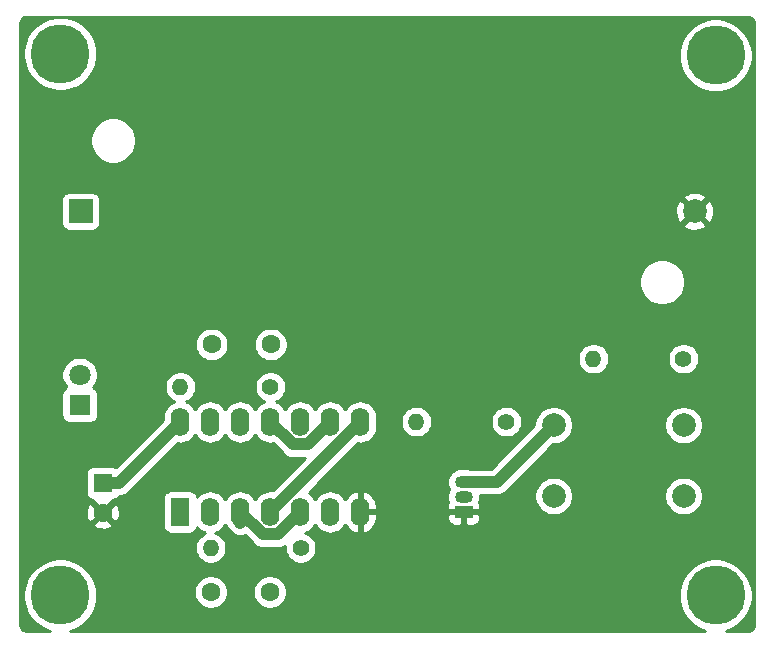
<source format=gbr>
%TF.GenerationSoftware,KiCad,Pcbnew,(5.1.6)-1*%
%TF.CreationDate,2021-01-22T22:51:17+01:00*%
%TF.ProjectId,LEDFlasher,4c454446-6c61-4736-9865-722e6b696361,v 0.3*%
%TF.SameCoordinates,Original*%
%TF.FileFunction,Copper,L2,Bot*%
%TF.FilePolarity,Positive*%
%FSLAX46Y46*%
G04 Gerber Fmt 4.6, Leading zero omitted, Abs format (unit mm)*
G04 Created by KiCad (PCBNEW (5.1.6)-1) date 2021-01-22 22:51:17*
%MOMM*%
%LPD*%
G01*
G04 APERTURE LIST*
%TA.AperFunction,ComponentPad*%
%ADD10C,5.000000*%
%TD*%
%TA.AperFunction,ComponentPad*%
%ADD11C,2.000000*%
%TD*%
%TA.AperFunction,ComponentPad*%
%ADD12R,2.000000X2.000000*%
%TD*%
%TA.AperFunction,ComponentPad*%
%ADD13C,1.600000*%
%TD*%
%TA.AperFunction,ComponentPad*%
%ADD14R,1.600000X1.600000*%
%TD*%
%TA.AperFunction,ComponentPad*%
%ADD15R,1.800000X1.800000*%
%TD*%
%TA.AperFunction,ComponentPad*%
%ADD16C,1.800000*%
%TD*%
%TA.AperFunction,ComponentPad*%
%ADD17O,1.500000X1.050000*%
%TD*%
%TA.AperFunction,ComponentPad*%
%ADD18R,1.500000X1.050000*%
%TD*%
%TA.AperFunction,ComponentPad*%
%ADD19C,1.400000*%
%TD*%
%TA.AperFunction,ComponentPad*%
%ADD20O,1.400000X1.400000*%
%TD*%
%TA.AperFunction,ComponentPad*%
%ADD21R,1.600000X2.400000*%
%TD*%
%TA.AperFunction,ComponentPad*%
%ADD22O,1.600000X2.400000*%
%TD*%
%TA.AperFunction,Conductor*%
%ADD23C,1.000000*%
%TD*%
%TA.AperFunction,Conductor*%
%ADD24C,0.254000*%
%TD*%
G04 APERTURE END LIST*
D10*
%TO.P,H3,1*%
%TO.N,N/C*%
X158623000Y-113284000D03*
%TD*%
%TO.P,H4,1*%
%TO.N,N/C*%
X103124000Y-113284000D03*
%TD*%
%TO.P,H2,1*%
%TO.N,N/C*%
X158623000Y-67564000D03*
%TD*%
%TO.P,H1,1*%
%TO.N,N/C*%
X103124000Y-67437000D03*
%TD*%
D11*
%TO.P,BT1,2*%
%TO.N,GND*%
X156845000Y-80772000D03*
D12*
%TO.P,BT1,1*%
%TO.N,Net-(BT1-Pad1)*%
X104855000Y-80772000D03*
%TD*%
D13*
%TO.P,C1,2*%
%TO.N,Net-(C1-Pad2)*%
X115872260Y-112994440D03*
%TO.P,C1,1*%
%TO.N,Net-(C1-Pad1)*%
X120872260Y-112994440D03*
%TD*%
%TO.P,C2,1*%
%TO.N,Net-(C2-Pad1)*%
X120940840Y-92041980D03*
%TO.P,C2,2*%
%TO.N,Net-(C2-Pad2)*%
X115940840Y-92041980D03*
%TD*%
D14*
%TO.P,C3,1*%
%TO.N,Net-(C3-Pad1)*%
X106735880Y-103769160D03*
D13*
%TO.P,C3,2*%
%TO.N,GND*%
X106735880Y-106269160D03*
%TD*%
D15*
%TO.P,D1,1*%
%TO.N,Net-(C3-Pad1)*%
X104772460Y-97149920D03*
D16*
%TO.P,D1,2*%
%TO.N,Net-(D1-Pad2)*%
X104772460Y-94609920D03*
%TD*%
D17*
%TO.P,Q1,2*%
%TO.N,Net-(Q1-Pad2)*%
X137287000Y-104955340D03*
%TO.P,Q1,3*%
%TO.N,Net-(D1-Pad2)*%
X137287000Y-103685340D03*
D18*
%TO.P,Q1,1*%
%TO.N,GND*%
X137287000Y-106225340D03*
%TD*%
D19*
%TO.P,R1,1*%
%TO.N,Net-(R1-Pad1)*%
X123482100Y-109260640D03*
D20*
%TO.P,R1,2*%
%TO.N,Net-(C1-Pad2)*%
X115862100Y-109260640D03*
%TD*%
D19*
%TO.P,R2,1*%
%TO.N,Net-(C2-Pad2)*%
X120929400Y-95633540D03*
D20*
%TO.P,R2,2*%
%TO.N,Net-(C3-Pad1)*%
X113309400Y-95633540D03*
%TD*%
%TO.P,R3,2*%
%TO.N,Net-(R3-Pad2)*%
X133281420Y-98572320D03*
D19*
%TO.P,R3,1*%
%TO.N,Net-(R3-Pad1)*%
X140901420Y-98572320D03*
%TD*%
D20*
%TO.P,R4,2*%
%TO.N,Net-(R4-Pad2)*%
X148277580Y-93245940D03*
D19*
%TO.P,R4,1*%
%TO.N,Net-(BT1-Pad1)*%
X155897580Y-93245940D03*
%TD*%
D11*
%TO.P,T1,1*%
%TO.N,Net-(R3-Pad1)*%
X144907740Y-104871520D03*
%TO.P,T1,2*%
%TO.N,Net-(Q1-Pad2)*%
X155907740Y-104871520D03*
%TO.P,T1,3*%
%TO.N,Net-(D1-Pad2)*%
X144907740Y-98871520D03*
%TO.P,T1,4*%
%TO.N,Net-(BT1-Pad1)*%
X155907740Y-98871520D03*
%TD*%
D21*
%TO.P,U1,1*%
%TO.N,Net-(C1-Pad2)*%
X113284000Y-106225340D03*
D22*
%TO.P,U1,8*%
%TO.N,Net-(C1-Pad1)*%
X128524000Y-98605340D03*
%TO.P,U1,2*%
%TO.N,Net-(C1-Pad2)*%
X115824000Y-106225340D03*
%TO.P,U1,9*%
%TO.N,Net-(R3-Pad2)*%
X125984000Y-98605340D03*
%TO.P,U1,3*%
%TO.N,Net-(R1-Pad1)*%
X118364000Y-106225340D03*
%TO.P,U1,10*%
%TO.N,Net-(C2-Pad1)*%
X123444000Y-98605340D03*
%TO.P,U1,4*%
%TO.N,Net-(C1-Pad1)*%
X120904000Y-106225340D03*
%TO.P,U1,11*%
%TO.N,Net-(R3-Pad2)*%
X120904000Y-98605340D03*
%TO.P,U1,5*%
%TO.N,Net-(R1-Pad1)*%
X123444000Y-106225340D03*
%TO.P,U1,12*%
%TO.N,Net-(C2-Pad2)*%
X118364000Y-98605340D03*
%TO.P,U1,6*%
%TO.N,Net-(R1-Pad1)*%
X125984000Y-106225340D03*
%TO.P,U1,13*%
%TO.N,Net-(C2-Pad2)*%
X115824000Y-98605340D03*
%TO.P,U1,7*%
%TO.N,GND*%
X128524000Y-106225340D03*
%TO.P,U1,14*%
%TO.N,Net-(C3-Pad1)*%
X113284000Y-98605340D03*
%TD*%
D23*
%TO.N,Net-(C1-Pad1)*%
X120904000Y-106225340D02*
X128524000Y-98605340D01*
%TO.N,Net-(C3-Pad1)*%
X108120180Y-103769160D02*
X113284000Y-98605340D01*
X106735880Y-103769160D02*
X108120180Y-103769160D01*
%TO.N,Net-(D1-Pad2)*%
X140093920Y-103685340D02*
X144907740Y-98871520D01*
X137287000Y-103685340D02*
X140093920Y-103685340D01*
%TO.N,Net-(R1-Pad1)*%
X118364000Y-106225340D02*
X118364000Y-107137200D01*
X121543990Y-108125350D02*
X123444000Y-106225340D01*
X120282676Y-108125350D02*
X121543990Y-108125350D01*
X118382666Y-106225340D02*
X120282676Y-108125350D01*
X118364000Y-106225340D02*
X118382666Y-106225340D01*
%TO.N,Net-(R3-Pad2)*%
X124083990Y-100505350D02*
X122804010Y-100505350D01*
X122804010Y-100505350D02*
X120904000Y-98605340D01*
X125984000Y-98605340D02*
X124083990Y-100505350D01*
%TD*%
D24*
%TO.N,GND*%
G36*
X161270264Y-64314921D02*
G01*
X161419582Y-64329562D01*
X161532009Y-64363506D01*
X161635708Y-64418644D01*
X161726719Y-64492871D01*
X161801580Y-64583361D01*
X161857439Y-64686670D01*
X161892168Y-64798862D01*
X161907617Y-64945848D01*
X161900006Y-115664663D01*
X161885278Y-115814869D01*
X161851047Y-115928246D01*
X161795446Y-116032817D01*
X161720594Y-116124595D01*
X161629335Y-116200091D01*
X161525160Y-116256419D01*
X161412024Y-116291440D01*
X161263979Y-116307000D01*
X159494834Y-116307000D01*
X159537446Y-116298524D01*
X160107979Y-116062201D01*
X160621446Y-115719114D01*
X161058114Y-115282446D01*
X161401201Y-114768979D01*
X161637524Y-114198446D01*
X161758000Y-113592771D01*
X161758000Y-112975229D01*
X161637524Y-112369554D01*
X161401201Y-111799021D01*
X161058114Y-111285554D01*
X160621446Y-110848886D01*
X160107979Y-110505799D01*
X159537446Y-110269476D01*
X158931771Y-110149000D01*
X158314229Y-110149000D01*
X157708554Y-110269476D01*
X157138021Y-110505799D01*
X156624554Y-110848886D01*
X156187886Y-111285554D01*
X155844799Y-111799021D01*
X155608476Y-112369554D01*
X155488000Y-112975229D01*
X155488000Y-113592771D01*
X155608476Y-114198446D01*
X155844799Y-114768979D01*
X156187886Y-115282446D01*
X156624554Y-115719114D01*
X157138021Y-116062201D01*
X157708554Y-116298524D01*
X157751166Y-116307000D01*
X103995834Y-116307000D01*
X104038446Y-116298524D01*
X104608979Y-116062201D01*
X105122446Y-115719114D01*
X105559114Y-115282446D01*
X105902201Y-114768979D01*
X106138524Y-114198446D01*
X106259000Y-113592771D01*
X106259000Y-112975229D01*
X106234709Y-112853105D01*
X114437260Y-112853105D01*
X114437260Y-113135775D01*
X114492407Y-113413014D01*
X114600580Y-113674167D01*
X114757623Y-113909199D01*
X114957501Y-114109077D01*
X115192533Y-114266120D01*
X115453686Y-114374293D01*
X115730925Y-114429440D01*
X116013595Y-114429440D01*
X116290834Y-114374293D01*
X116551987Y-114266120D01*
X116787019Y-114109077D01*
X116986897Y-113909199D01*
X117143940Y-113674167D01*
X117252113Y-113413014D01*
X117307260Y-113135775D01*
X117307260Y-112853105D01*
X119437260Y-112853105D01*
X119437260Y-113135775D01*
X119492407Y-113413014D01*
X119600580Y-113674167D01*
X119757623Y-113909199D01*
X119957501Y-114109077D01*
X120192533Y-114266120D01*
X120453686Y-114374293D01*
X120730925Y-114429440D01*
X121013595Y-114429440D01*
X121290834Y-114374293D01*
X121551987Y-114266120D01*
X121787019Y-114109077D01*
X121986897Y-113909199D01*
X122143940Y-113674167D01*
X122252113Y-113413014D01*
X122307260Y-113135775D01*
X122307260Y-112853105D01*
X122252113Y-112575866D01*
X122143940Y-112314713D01*
X121986897Y-112079681D01*
X121787019Y-111879803D01*
X121551987Y-111722760D01*
X121290834Y-111614587D01*
X121013595Y-111559440D01*
X120730925Y-111559440D01*
X120453686Y-111614587D01*
X120192533Y-111722760D01*
X119957501Y-111879803D01*
X119757623Y-112079681D01*
X119600580Y-112314713D01*
X119492407Y-112575866D01*
X119437260Y-112853105D01*
X117307260Y-112853105D01*
X117252113Y-112575866D01*
X117143940Y-112314713D01*
X116986897Y-112079681D01*
X116787019Y-111879803D01*
X116551987Y-111722760D01*
X116290834Y-111614587D01*
X116013595Y-111559440D01*
X115730925Y-111559440D01*
X115453686Y-111614587D01*
X115192533Y-111722760D01*
X114957501Y-111879803D01*
X114757623Y-112079681D01*
X114600580Y-112314713D01*
X114492407Y-112575866D01*
X114437260Y-112853105D01*
X106234709Y-112853105D01*
X106138524Y-112369554D01*
X105902201Y-111799021D01*
X105559114Y-111285554D01*
X105122446Y-110848886D01*
X104608979Y-110505799D01*
X104038446Y-110269476D01*
X103432771Y-110149000D01*
X102815229Y-110149000D01*
X102209554Y-110269476D01*
X101639021Y-110505799D01*
X101125554Y-110848886D01*
X100688886Y-111285554D01*
X100345799Y-111799021D01*
X100109476Y-112369554D01*
X99989000Y-112975229D01*
X99989000Y-113592771D01*
X100109476Y-114198446D01*
X100345799Y-114768979D01*
X100688886Y-115282446D01*
X101125554Y-115719114D01*
X101639021Y-116062201D01*
X102209554Y-116298524D01*
X102252166Y-116307000D01*
X100362279Y-116307000D01*
X100212131Y-116292278D01*
X100098754Y-116258047D01*
X99994183Y-116202446D01*
X99902405Y-116127594D01*
X99826909Y-116036335D01*
X99770581Y-115932160D01*
X99735560Y-115819024D01*
X99720000Y-115670979D01*
X99720000Y-107261862D01*
X105922783Y-107261862D01*
X105994366Y-107505831D01*
X106249876Y-107626731D01*
X106524064Y-107695460D01*
X106806392Y-107709377D01*
X107086010Y-107667947D01*
X107352172Y-107572763D01*
X107477394Y-107505831D01*
X107548977Y-107261862D01*
X106735880Y-106448765D01*
X105922783Y-107261862D01*
X99720000Y-107261862D01*
X99720000Y-106339672D01*
X105295663Y-106339672D01*
X105337093Y-106619290D01*
X105432277Y-106885452D01*
X105499209Y-107010674D01*
X105743178Y-107082257D01*
X106556275Y-106269160D01*
X106915485Y-106269160D01*
X107728582Y-107082257D01*
X107972551Y-107010674D01*
X108093451Y-106755164D01*
X108162180Y-106480976D01*
X108176097Y-106198648D01*
X108134667Y-105919030D01*
X108039483Y-105652868D01*
X107972551Y-105527646D01*
X107728582Y-105456063D01*
X106915485Y-106269160D01*
X106556275Y-106269160D01*
X105743178Y-105456063D01*
X105499209Y-105527646D01*
X105378309Y-105783156D01*
X105309580Y-106057344D01*
X105295663Y-106339672D01*
X99720000Y-106339672D01*
X99720000Y-102969160D01*
X105297808Y-102969160D01*
X105297808Y-104569160D01*
X105310068Y-104693642D01*
X105346378Y-104813340D01*
X105405343Y-104923654D01*
X105484695Y-105020345D01*
X105581386Y-105099697D01*
X105691700Y-105158662D01*
X105811398Y-105194972D01*
X105935880Y-105207232D01*
X105943095Y-105207232D01*
X105922783Y-105276458D01*
X106735880Y-106089555D01*
X107548977Y-105276458D01*
X107528665Y-105207232D01*
X107535880Y-105207232D01*
X107660362Y-105194972D01*
X107780060Y-105158662D01*
X107890374Y-105099697D01*
X107987065Y-105020345D01*
X108066417Y-104923654D01*
X108076216Y-104905321D01*
X108120180Y-104909651D01*
X108175931Y-104904160D01*
X108175932Y-104904160D01*
X108342679Y-104887737D01*
X108556627Y-104822836D01*
X108753803Y-104717444D01*
X108926629Y-104575609D01*
X108962176Y-104532295D01*
X113068422Y-100426050D01*
X113284000Y-100447283D01*
X113565309Y-100419576D01*
X113835808Y-100337522D01*
X114085101Y-100204272D01*
X114303608Y-100024948D01*
X114482932Y-99806441D01*
X114554000Y-99673482D01*
X114625068Y-99806441D01*
X114804393Y-100024948D01*
X115022900Y-100204272D01*
X115272193Y-100337522D01*
X115542692Y-100419576D01*
X115824000Y-100447283D01*
X116105309Y-100419576D01*
X116375808Y-100337522D01*
X116625101Y-100204272D01*
X116843608Y-100024948D01*
X117022932Y-99806441D01*
X117094000Y-99673482D01*
X117165068Y-99806441D01*
X117344393Y-100024948D01*
X117562900Y-100204272D01*
X117812193Y-100337522D01*
X118082692Y-100419576D01*
X118364000Y-100447283D01*
X118645309Y-100419576D01*
X118915808Y-100337522D01*
X119165101Y-100204272D01*
X119383608Y-100024948D01*
X119562932Y-99806441D01*
X119634000Y-99673482D01*
X119705068Y-99806441D01*
X119884393Y-100024948D01*
X120102900Y-100204272D01*
X120352193Y-100337522D01*
X120622692Y-100419576D01*
X120904000Y-100447283D01*
X121119578Y-100426050D01*
X121962019Y-101268491D01*
X121997561Y-101311799D01*
X122170387Y-101453634D01*
X122367563Y-101559026D01*
X122581511Y-101623927D01*
X122804010Y-101645841D01*
X122859761Y-101640350D01*
X123883859Y-101640350D01*
X121119579Y-104404630D01*
X120904000Y-104383397D01*
X120622691Y-104411104D01*
X120352192Y-104493158D01*
X120102899Y-104626408D01*
X119884392Y-104805733D01*
X119705068Y-105024240D01*
X119634000Y-105157198D01*
X119562932Y-105024239D01*
X119383607Y-104805732D01*
X119165100Y-104626408D01*
X118915807Y-104493158D01*
X118645308Y-104411104D01*
X118364000Y-104383397D01*
X118082691Y-104411104D01*
X117812192Y-104493158D01*
X117562899Y-104626408D01*
X117344392Y-104805733D01*
X117165068Y-105024240D01*
X117094000Y-105157198D01*
X117022932Y-105024239D01*
X116843607Y-104805732D01*
X116625100Y-104626408D01*
X116375807Y-104493158D01*
X116105308Y-104411104D01*
X115824000Y-104383397D01*
X115542691Y-104411104D01*
X115272192Y-104493158D01*
X115022899Y-104626408D01*
X114804392Y-104805733D01*
X114711581Y-104918823D01*
X114709812Y-104900858D01*
X114673502Y-104781160D01*
X114614537Y-104670846D01*
X114535185Y-104574155D01*
X114438494Y-104494803D01*
X114328180Y-104435838D01*
X114208482Y-104399528D01*
X114084000Y-104387268D01*
X112484000Y-104387268D01*
X112359518Y-104399528D01*
X112239820Y-104435838D01*
X112129506Y-104494803D01*
X112032815Y-104574155D01*
X111953463Y-104670846D01*
X111894498Y-104781160D01*
X111858188Y-104900858D01*
X111845928Y-105025340D01*
X111845928Y-107425340D01*
X111858188Y-107549822D01*
X111894498Y-107669520D01*
X111953463Y-107779834D01*
X112032815Y-107876525D01*
X112129506Y-107955877D01*
X112239820Y-108014842D01*
X112359518Y-108051152D01*
X112484000Y-108063412D01*
X114084000Y-108063412D01*
X114208482Y-108051152D01*
X114328180Y-108014842D01*
X114438494Y-107955877D01*
X114535185Y-107876525D01*
X114614537Y-107779834D01*
X114673502Y-107669520D01*
X114709812Y-107549822D01*
X114711581Y-107531857D01*
X114804393Y-107644948D01*
X115022900Y-107824272D01*
X115272193Y-107957522D01*
X115415001Y-108000842D01*
X115229741Y-108077579D01*
X115011087Y-108223678D01*
X114825138Y-108409627D01*
X114679039Y-108628281D01*
X114578404Y-108871235D01*
X114527100Y-109129154D01*
X114527100Y-109392126D01*
X114578404Y-109650045D01*
X114679039Y-109892999D01*
X114825138Y-110111653D01*
X115011087Y-110297602D01*
X115229741Y-110443701D01*
X115472695Y-110544336D01*
X115730614Y-110595640D01*
X115993586Y-110595640D01*
X116251505Y-110544336D01*
X116494459Y-110443701D01*
X116713113Y-110297602D01*
X116899062Y-110111653D01*
X117045161Y-109892999D01*
X117145796Y-109650045D01*
X117197100Y-109392126D01*
X117197100Y-109129154D01*
X117145796Y-108871235D01*
X117045161Y-108628281D01*
X116899062Y-108409627D01*
X116713113Y-108223678D01*
X116494459Y-108077579D01*
X116276987Y-107987499D01*
X116375808Y-107957522D01*
X116625101Y-107824272D01*
X116843608Y-107644948D01*
X117022932Y-107426441D01*
X117094000Y-107293482D01*
X117165068Y-107426441D01*
X117344393Y-107644948D01*
X117351594Y-107650858D01*
X117415717Y-107770823D01*
X117557552Y-107943649D01*
X117730378Y-108085484D01*
X117927554Y-108190876D01*
X118141502Y-108255777D01*
X118364000Y-108277691D01*
X118586499Y-108255777D01*
X118756425Y-108204230D01*
X119440685Y-108888491D01*
X119476227Y-108931799D01*
X119649053Y-109073634D01*
X119846229Y-109179026D01*
X120060177Y-109243927D01*
X120282676Y-109265841D01*
X120338427Y-109260350D01*
X121488239Y-109260350D01*
X121543990Y-109265841D01*
X121599741Y-109260350D01*
X121599742Y-109260350D01*
X121766489Y-109243927D01*
X121980437Y-109179026D01*
X122155828Y-109085279D01*
X122147100Y-109129154D01*
X122147100Y-109392126D01*
X122198404Y-109650045D01*
X122299039Y-109892999D01*
X122445138Y-110111653D01*
X122631087Y-110297602D01*
X122849741Y-110443701D01*
X123092695Y-110544336D01*
X123350614Y-110595640D01*
X123613586Y-110595640D01*
X123871505Y-110544336D01*
X124114459Y-110443701D01*
X124333113Y-110297602D01*
X124519062Y-110111653D01*
X124665161Y-109892999D01*
X124765796Y-109650045D01*
X124817100Y-109392126D01*
X124817100Y-109129154D01*
X124765796Y-108871235D01*
X124665161Y-108628281D01*
X124519062Y-108409627D01*
X124333113Y-108223678D01*
X124114459Y-108077579D01*
X123896987Y-107987499D01*
X123995808Y-107957522D01*
X124245101Y-107824272D01*
X124463608Y-107644948D01*
X124642932Y-107426441D01*
X124714000Y-107293482D01*
X124785068Y-107426441D01*
X124964393Y-107644948D01*
X125182900Y-107824272D01*
X125432193Y-107957522D01*
X125702692Y-108039576D01*
X125984000Y-108067283D01*
X126265309Y-108039576D01*
X126535808Y-107957522D01*
X126785101Y-107824272D01*
X127003608Y-107644948D01*
X127182932Y-107426441D01*
X127251265Y-107298599D01*
X127401399Y-107528179D01*
X127599105Y-107729840D01*
X127832354Y-107889055D01*
X128092182Y-107999707D01*
X128174961Y-108017244D01*
X128397000Y-107895255D01*
X128397000Y-106352340D01*
X128651000Y-106352340D01*
X128651000Y-107895255D01*
X128873039Y-108017244D01*
X128955818Y-107999707D01*
X129215646Y-107889055D01*
X129448895Y-107729840D01*
X129646601Y-107528179D01*
X129801166Y-107291823D01*
X129906650Y-107029854D01*
X129959000Y-106752340D01*
X129959000Y-106750340D01*
X135898928Y-106750340D01*
X135911188Y-106874822D01*
X135947498Y-106994520D01*
X136006463Y-107104834D01*
X136085815Y-107201525D01*
X136182506Y-107280877D01*
X136292820Y-107339842D01*
X136412518Y-107376152D01*
X136537000Y-107388412D01*
X137001250Y-107385340D01*
X137160000Y-107226590D01*
X137160000Y-106352340D01*
X137414000Y-106352340D01*
X137414000Y-107226590D01*
X137572750Y-107385340D01*
X138037000Y-107388412D01*
X138161482Y-107376152D01*
X138281180Y-107339842D01*
X138391494Y-107280877D01*
X138488185Y-107201525D01*
X138567537Y-107104834D01*
X138626502Y-106994520D01*
X138662812Y-106874822D01*
X138675072Y-106750340D01*
X138672000Y-106511090D01*
X138513250Y-106352340D01*
X137414000Y-106352340D01*
X137160000Y-106352340D01*
X136060750Y-106352340D01*
X135902000Y-106511090D01*
X135898928Y-106750340D01*
X129959000Y-106750340D01*
X129959000Y-106352340D01*
X128651000Y-106352340D01*
X128397000Y-106352340D01*
X128377000Y-106352340D01*
X128377000Y-106098340D01*
X128397000Y-106098340D01*
X128397000Y-104555425D01*
X128651000Y-104555425D01*
X128651000Y-106098340D01*
X129959000Y-106098340D01*
X129959000Y-105698340D01*
X129906650Y-105420826D01*
X129801166Y-105158857D01*
X129646601Y-104922501D01*
X129448895Y-104720840D01*
X129215646Y-104561625D01*
X128955818Y-104450973D01*
X128873039Y-104433436D01*
X128651000Y-104555425D01*
X128397000Y-104555425D01*
X128174961Y-104433436D01*
X128092182Y-104450973D01*
X127832354Y-104561625D01*
X127599105Y-104720840D01*
X127401399Y-104922501D01*
X127251265Y-105152081D01*
X127182932Y-105024239D01*
X127003607Y-104805732D01*
X126785100Y-104626408D01*
X126535807Y-104493158D01*
X126265308Y-104411104D01*
X125984000Y-104383397D01*
X125702691Y-104411104D01*
X125432192Y-104493158D01*
X125182899Y-104626408D01*
X124964392Y-104805733D01*
X124785068Y-105024240D01*
X124714000Y-105157198D01*
X124642932Y-105024239D01*
X124463607Y-104805732D01*
X124245100Y-104626408D01*
X124155797Y-104578674D01*
X125049131Y-103685340D01*
X135896388Y-103685340D01*
X135918785Y-103912740D01*
X135985115Y-104131400D01*
X136086105Y-104320340D01*
X135985115Y-104509280D01*
X135918785Y-104727940D01*
X135896388Y-104955340D01*
X135918785Y-105182740D01*
X135982093Y-105391438D01*
X135947498Y-105456160D01*
X135911188Y-105575858D01*
X135898928Y-105700340D01*
X135902000Y-105939590D01*
X136060750Y-106098340D01*
X136833891Y-106098340D01*
X136834600Y-106098555D01*
X137005021Y-106115340D01*
X137568979Y-106115340D01*
X137739400Y-106098555D01*
X137740109Y-106098340D01*
X138513250Y-106098340D01*
X138672000Y-105939590D01*
X138675072Y-105700340D01*
X138662812Y-105575858D01*
X138626502Y-105456160D01*
X138591907Y-105391438D01*
X138655215Y-105182740D01*
X138677612Y-104955340D01*
X138664316Y-104820340D01*
X140038169Y-104820340D01*
X140093920Y-104825831D01*
X140149671Y-104820340D01*
X140149672Y-104820340D01*
X140316419Y-104803917D01*
X140530367Y-104739016D01*
X140583741Y-104710487D01*
X143272740Y-104710487D01*
X143272740Y-105032553D01*
X143335572Y-105348432D01*
X143458822Y-105645983D01*
X143637753Y-105913772D01*
X143865488Y-106141507D01*
X144133277Y-106320438D01*
X144430828Y-106443688D01*
X144746707Y-106506520D01*
X145068773Y-106506520D01*
X145384652Y-106443688D01*
X145682203Y-106320438D01*
X145949992Y-106141507D01*
X146177727Y-105913772D01*
X146356658Y-105645983D01*
X146479908Y-105348432D01*
X146542740Y-105032553D01*
X146542740Y-104710487D01*
X154272740Y-104710487D01*
X154272740Y-105032553D01*
X154335572Y-105348432D01*
X154458822Y-105645983D01*
X154637753Y-105913772D01*
X154865488Y-106141507D01*
X155133277Y-106320438D01*
X155430828Y-106443688D01*
X155746707Y-106506520D01*
X156068773Y-106506520D01*
X156384652Y-106443688D01*
X156682203Y-106320438D01*
X156949992Y-106141507D01*
X157177727Y-105913772D01*
X157356658Y-105645983D01*
X157479908Y-105348432D01*
X157542740Y-105032553D01*
X157542740Y-104710487D01*
X157479908Y-104394608D01*
X157356658Y-104097057D01*
X157177727Y-103829268D01*
X156949992Y-103601533D01*
X156682203Y-103422602D01*
X156384652Y-103299352D01*
X156068773Y-103236520D01*
X155746707Y-103236520D01*
X155430828Y-103299352D01*
X155133277Y-103422602D01*
X154865488Y-103601533D01*
X154637753Y-103829268D01*
X154458822Y-104097057D01*
X154335572Y-104394608D01*
X154272740Y-104710487D01*
X146542740Y-104710487D01*
X146479908Y-104394608D01*
X146356658Y-104097057D01*
X146177727Y-103829268D01*
X145949992Y-103601533D01*
X145682203Y-103422602D01*
X145384652Y-103299352D01*
X145068773Y-103236520D01*
X144746707Y-103236520D01*
X144430828Y-103299352D01*
X144133277Y-103422602D01*
X143865488Y-103601533D01*
X143637753Y-103829268D01*
X143458822Y-104097057D01*
X143335572Y-104394608D01*
X143272740Y-104710487D01*
X140583741Y-104710487D01*
X140727543Y-104633624D01*
X140900369Y-104491789D01*
X140935916Y-104448475D01*
X144877873Y-100506520D01*
X145068773Y-100506520D01*
X145384652Y-100443688D01*
X145682203Y-100320438D01*
X145949992Y-100141507D01*
X146177727Y-99913772D01*
X146356658Y-99645983D01*
X146479908Y-99348432D01*
X146542740Y-99032553D01*
X146542740Y-98710487D01*
X154272740Y-98710487D01*
X154272740Y-99032553D01*
X154335572Y-99348432D01*
X154458822Y-99645983D01*
X154637753Y-99913772D01*
X154865488Y-100141507D01*
X155133277Y-100320438D01*
X155430828Y-100443688D01*
X155746707Y-100506520D01*
X156068773Y-100506520D01*
X156384652Y-100443688D01*
X156682203Y-100320438D01*
X156949992Y-100141507D01*
X157177727Y-99913772D01*
X157356658Y-99645983D01*
X157479908Y-99348432D01*
X157542740Y-99032553D01*
X157542740Y-98710487D01*
X157479908Y-98394608D01*
X157356658Y-98097057D01*
X157177727Y-97829268D01*
X156949992Y-97601533D01*
X156682203Y-97422602D01*
X156384652Y-97299352D01*
X156068773Y-97236520D01*
X155746707Y-97236520D01*
X155430828Y-97299352D01*
X155133277Y-97422602D01*
X154865488Y-97601533D01*
X154637753Y-97829268D01*
X154458822Y-98097057D01*
X154335572Y-98394608D01*
X154272740Y-98710487D01*
X146542740Y-98710487D01*
X146479908Y-98394608D01*
X146356658Y-98097057D01*
X146177727Y-97829268D01*
X145949992Y-97601533D01*
X145682203Y-97422602D01*
X145384652Y-97299352D01*
X145068773Y-97236520D01*
X144746707Y-97236520D01*
X144430828Y-97299352D01*
X144133277Y-97422602D01*
X143865488Y-97601533D01*
X143637753Y-97829268D01*
X143458822Y-98097057D01*
X143335572Y-98394608D01*
X143272740Y-98710487D01*
X143272740Y-98901387D01*
X139623789Y-102550340D01*
X137766481Y-102550340D01*
X137739400Y-102542125D01*
X137568979Y-102525340D01*
X137005021Y-102525340D01*
X136834600Y-102542125D01*
X136615940Y-102608455D01*
X136414421Y-102716169D01*
X136237788Y-102861128D01*
X136092829Y-103037761D01*
X135985115Y-103239280D01*
X135918785Y-103457940D01*
X135896388Y-103685340D01*
X125049131Y-103685340D01*
X128308422Y-100426050D01*
X128524000Y-100447283D01*
X128805309Y-100419576D01*
X129075808Y-100337522D01*
X129325101Y-100204272D01*
X129543608Y-100024948D01*
X129722932Y-99806441D01*
X129856182Y-99557148D01*
X129938236Y-99286649D01*
X129959000Y-99075831D01*
X129959000Y-98440834D01*
X131946420Y-98440834D01*
X131946420Y-98703806D01*
X131997724Y-98961725D01*
X132098359Y-99204679D01*
X132244458Y-99423333D01*
X132430407Y-99609282D01*
X132649061Y-99755381D01*
X132892015Y-99856016D01*
X133149934Y-99907320D01*
X133412906Y-99907320D01*
X133670825Y-99856016D01*
X133913779Y-99755381D01*
X134132433Y-99609282D01*
X134318382Y-99423333D01*
X134464481Y-99204679D01*
X134565116Y-98961725D01*
X134616420Y-98703806D01*
X134616420Y-98440834D01*
X139566420Y-98440834D01*
X139566420Y-98703806D01*
X139617724Y-98961725D01*
X139718359Y-99204679D01*
X139864458Y-99423333D01*
X140050407Y-99609282D01*
X140269061Y-99755381D01*
X140512015Y-99856016D01*
X140769934Y-99907320D01*
X141032906Y-99907320D01*
X141290825Y-99856016D01*
X141533779Y-99755381D01*
X141752433Y-99609282D01*
X141938382Y-99423333D01*
X142084481Y-99204679D01*
X142185116Y-98961725D01*
X142236420Y-98703806D01*
X142236420Y-98440834D01*
X142185116Y-98182915D01*
X142084481Y-97939961D01*
X141938382Y-97721307D01*
X141752433Y-97535358D01*
X141533779Y-97389259D01*
X141290825Y-97288624D01*
X141032906Y-97237320D01*
X140769934Y-97237320D01*
X140512015Y-97288624D01*
X140269061Y-97389259D01*
X140050407Y-97535358D01*
X139864458Y-97721307D01*
X139718359Y-97939961D01*
X139617724Y-98182915D01*
X139566420Y-98440834D01*
X134616420Y-98440834D01*
X134565116Y-98182915D01*
X134464481Y-97939961D01*
X134318382Y-97721307D01*
X134132433Y-97535358D01*
X133913779Y-97389259D01*
X133670825Y-97288624D01*
X133412906Y-97237320D01*
X133149934Y-97237320D01*
X132892015Y-97288624D01*
X132649061Y-97389259D01*
X132430407Y-97535358D01*
X132244458Y-97721307D01*
X132098359Y-97939961D01*
X131997724Y-98182915D01*
X131946420Y-98440834D01*
X129959000Y-98440834D01*
X129959000Y-98134848D01*
X129938236Y-97924031D01*
X129856182Y-97653532D01*
X129722932Y-97404239D01*
X129543607Y-97185732D01*
X129325100Y-97006408D01*
X129075807Y-96873158D01*
X128805308Y-96791104D01*
X128524000Y-96763397D01*
X128242691Y-96791104D01*
X127972192Y-96873158D01*
X127722899Y-97006408D01*
X127504392Y-97185733D01*
X127325068Y-97404240D01*
X127254000Y-97537198D01*
X127182932Y-97404239D01*
X127003607Y-97185732D01*
X126785100Y-97006408D01*
X126535807Y-96873158D01*
X126265308Y-96791104D01*
X125984000Y-96763397D01*
X125702691Y-96791104D01*
X125432192Y-96873158D01*
X125182899Y-97006408D01*
X124964392Y-97185733D01*
X124785068Y-97404240D01*
X124714000Y-97537198D01*
X124642932Y-97404239D01*
X124463607Y-97185732D01*
X124245100Y-97006408D01*
X123995807Y-96873158D01*
X123725308Y-96791104D01*
X123444000Y-96763397D01*
X123162691Y-96791104D01*
X122892192Y-96873158D01*
X122642899Y-97006408D01*
X122424392Y-97185733D01*
X122245068Y-97404240D01*
X122174000Y-97537198D01*
X122102932Y-97404239D01*
X121923607Y-97185732D01*
X121705100Y-97006408D01*
X121455807Y-96873158D01*
X121438150Y-96867802D01*
X121561759Y-96816601D01*
X121780413Y-96670502D01*
X121966362Y-96484553D01*
X122112461Y-96265899D01*
X122213096Y-96022945D01*
X122264400Y-95765026D01*
X122264400Y-95502054D01*
X122213096Y-95244135D01*
X122112461Y-95001181D01*
X121966362Y-94782527D01*
X121780413Y-94596578D01*
X121561759Y-94450479D01*
X121318805Y-94349844D01*
X121060886Y-94298540D01*
X120797914Y-94298540D01*
X120539995Y-94349844D01*
X120297041Y-94450479D01*
X120078387Y-94596578D01*
X119892438Y-94782527D01*
X119746339Y-95001181D01*
X119645704Y-95244135D01*
X119594400Y-95502054D01*
X119594400Y-95765026D01*
X119645704Y-96022945D01*
X119746339Y-96265899D01*
X119892438Y-96484553D01*
X120078387Y-96670502D01*
X120297041Y-96816601D01*
X120399175Y-96858906D01*
X120352192Y-96873158D01*
X120102899Y-97006408D01*
X119884392Y-97185733D01*
X119705068Y-97404240D01*
X119634000Y-97537198D01*
X119562932Y-97404239D01*
X119383607Y-97185732D01*
X119165100Y-97006408D01*
X118915807Y-96873158D01*
X118645308Y-96791104D01*
X118364000Y-96763397D01*
X118082691Y-96791104D01*
X117812192Y-96873158D01*
X117562899Y-97006408D01*
X117344392Y-97185733D01*
X117165068Y-97404240D01*
X117094000Y-97537198D01*
X117022932Y-97404239D01*
X116843607Y-97185732D01*
X116625100Y-97006408D01*
X116375807Y-96873158D01*
X116105308Y-96791104D01*
X115824000Y-96763397D01*
X115542691Y-96791104D01*
X115272192Y-96873158D01*
X115022899Y-97006408D01*
X114804392Y-97185733D01*
X114625068Y-97404240D01*
X114554000Y-97537198D01*
X114482932Y-97404239D01*
X114303607Y-97185732D01*
X114085100Y-97006408D01*
X113835807Y-96873158D01*
X113818150Y-96867802D01*
X113941759Y-96816601D01*
X114160413Y-96670502D01*
X114346362Y-96484553D01*
X114492461Y-96265899D01*
X114593096Y-96022945D01*
X114644400Y-95765026D01*
X114644400Y-95502054D01*
X114593096Y-95244135D01*
X114492461Y-95001181D01*
X114346362Y-94782527D01*
X114160413Y-94596578D01*
X113941759Y-94450479D01*
X113698805Y-94349844D01*
X113440886Y-94298540D01*
X113177914Y-94298540D01*
X112919995Y-94349844D01*
X112677041Y-94450479D01*
X112458387Y-94596578D01*
X112272438Y-94782527D01*
X112126339Y-95001181D01*
X112025704Y-95244135D01*
X111974400Y-95502054D01*
X111974400Y-95765026D01*
X112025704Y-96022945D01*
X112126339Y-96265899D01*
X112272438Y-96484553D01*
X112458387Y-96670502D01*
X112677041Y-96816601D01*
X112779175Y-96858906D01*
X112732192Y-96873158D01*
X112482899Y-97006408D01*
X112264392Y-97185733D01*
X112085068Y-97404240D01*
X111951818Y-97653533D01*
X111869764Y-97924032D01*
X111849000Y-98134849D01*
X111849000Y-98435208D01*
X107861187Y-102423022D01*
X107780060Y-102379658D01*
X107660362Y-102343348D01*
X107535880Y-102331088D01*
X105935880Y-102331088D01*
X105811398Y-102343348D01*
X105691700Y-102379658D01*
X105581386Y-102438623D01*
X105484695Y-102517975D01*
X105405343Y-102614666D01*
X105346378Y-102724980D01*
X105310068Y-102844678D01*
X105297808Y-102969160D01*
X99720000Y-102969160D01*
X99720000Y-96249920D01*
X103234388Y-96249920D01*
X103234388Y-98049920D01*
X103246648Y-98174402D01*
X103282958Y-98294100D01*
X103341923Y-98404414D01*
X103421275Y-98501105D01*
X103517966Y-98580457D01*
X103628280Y-98639422D01*
X103747978Y-98675732D01*
X103872460Y-98687992D01*
X105672460Y-98687992D01*
X105796942Y-98675732D01*
X105916640Y-98639422D01*
X106026954Y-98580457D01*
X106123645Y-98501105D01*
X106202997Y-98404414D01*
X106261962Y-98294100D01*
X106298272Y-98174402D01*
X106310532Y-98049920D01*
X106310532Y-96249920D01*
X106298272Y-96125438D01*
X106261962Y-96005740D01*
X106202997Y-95895426D01*
X106123645Y-95798735D01*
X106026954Y-95719383D01*
X105916640Y-95660418D01*
X105898333Y-95654864D01*
X105964772Y-95588425D01*
X106132759Y-95337015D01*
X106248471Y-95057663D01*
X106307460Y-94761104D01*
X106307460Y-94458736D01*
X106248471Y-94162177D01*
X106132759Y-93882825D01*
X105964772Y-93631415D01*
X105750965Y-93417608D01*
X105499555Y-93249621D01*
X105220203Y-93133909D01*
X104923644Y-93074920D01*
X104621276Y-93074920D01*
X104324717Y-93133909D01*
X104045365Y-93249621D01*
X103793955Y-93417608D01*
X103580148Y-93631415D01*
X103412161Y-93882825D01*
X103296449Y-94162177D01*
X103237460Y-94458736D01*
X103237460Y-94761104D01*
X103296449Y-95057663D01*
X103412161Y-95337015D01*
X103580148Y-95588425D01*
X103646587Y-95654864D01*
X103628280Y-95660418D01*
X103517966Y-95719383D01*
X103421275Y-95798735D01*
X103341923Y-95895426D01*
X103282958Y-96005740D01*
X103246648Y-96125438D01*
X103234388Y-96249920D01*
X99720000Y-96249920D01*
X99720000Y-91900645D01*
X114505840Y-91900645D01*
X114505840Y-92183315D01*
X114560987Y-92460554D01*
X114669160Y-92721707D01*
X114826203Y-92956739D01*
X115026081Y-93156617D01*
X115261113Y-93313660D01*
X115522266Y-93421833D01*
X115799505Y-93476980D01*
X116082175Y-93476980D01*
X116359414Y-93421833D01*
X116620567Y-93313660D01*
X116855599Y-93156617D01*
X117055477Y-92956739D01*
X117212520Y-92721707D01*
X117320693Y-92460554D01*
X117375840Y-92183315D01*
X117375840Y-91900645D01*
X119505840Y-91900645D01*
X119505840Y-92183315D01*
X119560987Y-92460554D01*
X119669160Y-92721707D01*
X119826203Y-92956739D01*
X120026081Y-93156617D01*
X120261113Y-93313660D01*
X120522266Y-93421833D01*
X120799505Y-93476980D01*
X121082175Y-93476980D01*
X121359414Y-93421833D01*
X121620567Y-93313660D01*
X121855599Y-93156617D01*
X121897762Y-93114454D01*
X146942580Y-93114454D01*
X146942580Y-93377426D01*
X146993884Y-93635345D01*
X147094519Y-93878299D01*
X147240618Y-94096953D01*
X147426567Y-94282902D01*
X147645221Y-94429001D01*
X147888175Y-94529636D01*
X148146094Y-94580940D01*
X148409066Y-94580940D01*
X148666985Y-94529636D01*
X148909939Y-94429001D01*
X149128593Y-94282902D01*
X149314542Y-94096953D01*
X149460641Y-93878299D01*
X149561276Y-93635345D01*
X149612580Y-93377426D01*
X149612580Y-93114454D01*
X154562580Y-93114454D01*
X154562580Y-93377426D01*
X154613884Y-93635345D01*
X154714519Y-93878299D01*
X154860618Y-94096953D01*
X155046567Y-94282902D01*
X155265221Y-94429001D01*
X155508175Y-94529636D01*
X155766094Y-94580940D01*
X156029066Y-94580940D01*
X156286985Y-94529636D01*
X156529939Y-94429001D01*
X156748593Y-94282902D01*
X156934542Y-94096953D01*
X157080641Y-93878299D01*
X157181276Y-93635345D01*
X157232580Y-93377426D01*
X157232580Y-93114454D01*
X157181276Y-92856535D01*
X157080641Y-92613581D01*
X156934542Y-92394927D01*
X156748593Y-92208978D01*
X156529939Y-92062879D01*
X156286985Y-91962244D01*
X156029066Y-91910940D01*
X155766094Y-91910940D01*
X155508175Y-91962244D01*
X155265221Y-92062879D01*
X155046567Y-92208978D01*
X154860618Y-92394927D01*
X154714519Y-92613581D01*
X154613884Y-92856535D01*
X154562580Y-93114454D01*
X149612580Y-93114454D01*
X149561276Y-92856535D01*
X149460641Y-92613581D01*
X149314542Y-92394927D01*
X149128593Y-92208978D01*
X148909939Y-92062879D01*
X148666985Y-91962244D01*
X148409066Y-91910940D01*
X148146094Y-91910940D01*
X147888175Y-91962244D01*
X147645221Y-92062879D01*
X147426567Y-92208978D01*
X147240618Y-92394927D01*
X147094519Y-92613581D01*
X146993884Y-92856535D01*
X146942580Y-93114454D01*
X121897762Y-93114454D01*
X122055477Y-92956739D01*
X122212520Y-92721707D01*
X122320693Y-92460554D01*
X122375840Y-92183315D01*
X122375840Y-91900645D01*
X122320693Y-91623406D01*
X122212520Y-91362253D01*
X122055477Y-91127221D01*
X121855599Y-90927343D01*
X121620567Y-90770300D01*
X121359414Y-90662127D01*
X121082175Y-90606980D01*
X120799505Y-90606980D01*
X120522266Y-90662127D01*
X120261113Y-90770300D01*
X120026081Y-90927343D01*
X119826203Y-91127221D01*
X119669160Y-91362253D01*
X119560987Y-91623406D01*
X119505840Y-91900645D01*
X117375840Y-91900645D01*
X117320693Y-91623406D01*
X117212520Y-91362253D01*
X117055477Y-91127221D01*
X116855599Y-90927343D01*
X116620567Y-90770300D01*
X116359414Y-90662127D01*
X116082175Y-90606980D01*
X115799505Y-90606980D01*
X115522266Y-90662127D01*
X115261113Y-90770300D01*
X115026081Y-90927343D01*
X114826203Y-91127221D01*
X114669160Y-91362253D01*
X114560987Y-91623406D01*
X114505840Y-91900645D01*
X99720000Y-91900645D01*
X99720000Y-86574449D01*
X152130000Y-86574449D01*
X152130000Y-86959551D01*
X152205130Y-87337252D01*
X152352502Y-87693040D01*
X152566453Y-88013240D01*
X152838760Y-88285547D01*
X153158960Y-88499498D01*
X153514748Y-88646870D01*
X153892449Y-88722000D01*
X154277551Y-88722000D01*
X154655252Y-88646870D01*
X155011040Y-88499498D01*
X155331240Y-88285547D01*
X155603547Y-88013240D01*
X155817498Y-87693040D01*
X155964870Y-87337252D01*
X156040000Y-86959551D01*
X156040000Y-86574449D01*
X155964870Y-86196748D01*
X155817498Y-85840960D01*
X155603547Y-85520760D01*
X155331240Y-85248453D01*
X155011040Y-85034502D01*
X154655252Y-84887130D01*
X154277551Y-84812000D01*
X153892449Y-84812000D01*
X153514748Y-84887130D01*
X153158960Y-85034502D01*
X152838760Y-85248453D01*
X152566453Y-85520760D01*
X152352502Y-85840960D01*
X152205130Y-86196748D01*
X152130000Y-86574449D01*
X99720000Y-86574449D01*
X99720000Y-79772000D01*
X103216928Y-79772000D01*
X103216928Y-81772000D01*
X103229188Y-81896482D01*
X103265498Y-82016180D01*
X103324463Y-82126494D01*
X103403815Y-82223185D01*
X103500506Y-82302537D01*
X103610820Y-82361502D01*
X103730518Y-82397812D01*
X103855000Y-82410072D01*
X105855000Y-82410072D01*
X105979482Y-82397812D01*
X106099180Y-82361502D01*
X106209494Y-82302537D01*
X106306185Y-82223185D01*
X106385537Y-82126494D01*
X106444502Y-82016180D01*
X106477496Y-81907413D01*
X155889192Y-81907413D01*
X155984956Y-82171814D01*
X156274571Y-82312704D01*
X156586108Y-82394384D01*
X156907595Y-82413718D01*
X157226675Y-82369961D01*
X157531088Y-82264795D01*
X157705044Y-82171814D01*
X157800808Y-81907413D01*
X156845000Y-80951605D01*
X155889192Y-81907413D01*
X106477496Y-81907413D01*
X106480812Y-81896482D01*
X106493072Y-81772000D01*
X106493072Y-80834595D01*
X155203282Y-80834595D01*
X155247039Y-81153675D01*
X155352205Y-81458088D01*
X155445186Y-81632044D01*
X155709587Y-81727808D01*
X156665395Y-80772000D01*
X157024605Y-80772000D01*
X157980413Y-81727808D01*
X158244814Y-81632044D01*
X158385704Y-81342429D01*
X158467384Y-81030892D01*
X158486718Y-80709405D01*
X158442961Y-80390325D01*
X158337795Y-80085912D01*
X158244814Y-79911956D01*
X157980413Y-79816192D01*
X157024605Y-80772000D01*
X156665395Y-80772000D01*
X155709587Y-79816192D01*
X155445186Y-79911956D01*
X155304296Y-80201571D01*
X155222616Y-80513108D01*
X155203282Y-80834595D01*
X106493072Y-80834595D01*
X106493072Y-79772000D01*
X106480812Y-79647518D01*
X106477497Y-79636587D01*
X155889192Y-79636587D01*
X156845000Y-80592395D01*
X157800808Y-79636587D01*
X157705044Y-79372186D01*
X157415429Y-79231296D01*
X157103892Y-79149616D01*
X156782405Y-79130282D01*
X156463325Y-79174039D01*
X156158912Y-79279205D01*
X155984956Y-79372186D01*
X155889192Y-79636587D01*
X106477497Y-79636587D01*
X106444502Y-79527820D01*
X106385537Y-79417506D01*
X106306185Y-79320815D01*
X106209494Y-79241463D01*
X106099180Y-79182498D01*
X105979482Y-79146188D01*
X105855000Y-79133928D01*
X103855000Y-79133928D01*
X103730518Y-79146188D01*
X103610820Y-79182498D01*
X103500506Y-79241463D01*
X103403815Y-79320815D01*
X103324463Y-79417506D01*
X103265498Y-79527820D01*
X103229188Y-79647518D01*
X103216928Y-79772000D01*
X99720000Y-79772000D01*
X99720000Y-74584449D01*
X105650000Y-74584449D01*
X105650000Y-74969551D01*
X105725130Y-75347252D01*
X105872502Y-75703040D01*
X106086453Y-76023240D01*
X106358760Y-76295547D01*
X106678960Y-76509498D01*
X107034748Y-76656870D01*
X107412449Y-76732000D01*
X107797551Y-76732000D01*
X108175252Y-76656870D01*
X108531040Y-76509498D01*
X108851240Y-76295547D01*
X109123547Y-76023240D01*
X109337498Y-75703040D01*
X109484870Y-75347252D01*
X109560000Y-74969551D01*
X109560000Y-74584449D01*
X109484870Y-74206748D01*
X109337498Y-73850960D01*
X109123547Y-73530760D01*
X108851240Y-73258453D01*
X108531040Y-73044502D01*
X108175252Y-72897130D01*
X107797551Y-72822000D01*
X107412449Y-72822000D01*
X107034748Y-72897130D01*
X106678960Y-73044502D01*
X106358760Y-73258453D01*
X106086453Y-73530760D01*
X105872502Y-73850960D01*
X105725130Y-74206748D01*
X105650000Y-74584449D01*
X99720000Y-74584449D01*
X99720000Y-67128229D01*
X99989000Y-67128229D01*
X99989000Y-67745771D01*
X100109476Y-68351446D01*
X100345799Y-68921979D01*
X100688886Y-69435446D01*
X101125554Y-69872114D01*
X101639021Y-70215201D01*
X102209554Y-70451524D01*
X102815229Y-70572000D01*
X103432771Y-70572000D01*
X104038446Y-70451524D01*
X104608979Y-70215201D01*
X105122446Y-69872114D01*
X105559114Y-69435446D01*
X105902201Y-68921979D01*
X106138524Y-68351446D01*
X106259000Y-67745771D01*
X106259000Y-67255229D01*
X155488000Y-67255229D01*
X155488000Y-67872771D01*
X155608476Y-68478446D01*
X155844799Y-69048979D01*
X156187886Y-69562446D01*
X156624554Y-69999114D01*
X157138021Y-70342201D01*
X157708554Y-70578524D01*
X158314229Y-70699000D01*
X158931771Y-70699000D01*
X159537446Y-70578524D01*
X160107979Y-70342201D01*
X160621446Y-69999114D01*
X161058114Y-69562446D01*
X161401201Y-69048979D01*
X161637524Y-68478446D01*
X161758000Y-67872771D01*
X161758000Y-67255229D01*
X161637524Y-66649554D01*
X161401201Y-66079021D01*
X161058114Y-65565554D01*
X160621446Y-65128886D01*
X160107979Y-64785799D01*
X159537446Y-64549476D01*
X158931771Y-64429000D01*
X158314229Y-64429000D01*
X157708554Y-64549476D01*
X157138021Y-64785799D01*
X156624554Y-65128886D01*
X156187886Y-65565554D01*
X155844799Y-66079021D01*
X155608476Y-66649554D01*
X155488000Y-67255229D01*
X106259000Y-67255229D01*
X106259000Y-67128229D01*
X106138524Y-66522554D01*
X105902201Y-65952021D01*
X105559114Y-65438554D01*
X105122446Y-65001886D01*
X104608979Y-64658799D01*
X104038446Y-64422476D01*
X103432771Y-64302000D01*
X102815229Y-64302000D01*
X102209554Y-64422476D01*
X101639021Y-64658799D01*
X101125554Y-65001886D01*
X100688886Y-65438554D01*
X100345799Y-65952021D01*
X100109476Y-66522554D01*
X99989000Y-67128229D01*
X99720000Y-67128229D01*
X99720000Y-64929279D01*
X99734722Y-64779131D01*
X99768953Y-64665754D01*
X99824555Y-64561181D01*
X99899407Y-64469404D01*
X99990664Y-64393909D01*
X100094844Y-64337581D01*
X100207976Y-64302560D01*
X100355909Y-64287012D01*
X161270264Y-64314921D01*
G37*
X161270264Y-64314921D02*
X161419582Y-64329562D01*
X161532009Y-64363506D01*
X161635708Y-64418644D01*
X161726719Y-64492871D01*
X161801580Y-64583361D01*
X161857439Y-64686670D01*
X161892168Y-64798862D01*
X161907617Y-64945848D01*
X161900006Y-115664663D01*
X161885278Y-115814869D01*
X161851047Y-115928246D01*
X161795446Y-116032817D01*
X161720594Y-116124595D01*
X161629335Y-116200091D01*
X161525160Y-116256419D01*
X161412024Y-116291440D01*
X161263979Y-116307000D01*
X159494834Y-116307000D01*
X159537446Y-116298524D01*
X160107979Y-116062201D01*
X160621446Y-115719114D01*
X161058114Y-115282446D01*
X161401201Y-114768979D01*
X161637524Y-114198446D01*
X161758000Y-113592771D01*
X161758000Y-112975229D01*
X161637524Y-112369554D01*
X161401201Y-111799021D01*
X161058114Y-111285554D01*
X160621446Y-110848886D01*
X160107979Y-110505799D01*
X159537446Y-110269476D01*
X158931771Y-110149000D01*
X158314229Y-110149000D01*
X157708554Y-110269476D01*
X157138021Y-110505799D01*
X156624554Y-110848886D01*
X156187886Y-111285554D01*
X155844799Y-111799021D01*
X155608476Y-112369554D01*
X155488000Y-112975229D01*
X155488000Y-113592771D01*
X155608476Y-114198446D01*
X155844799Y-114768979D01*
X156187886Y-115282446D01*
X156624554Y-115719114D01*
X157138021Y-116062201D01*
X157708554Y-116298524D01*
X157751166Y-116307000D01*
X103995834Y-116307000D01*
X104038446Y-116298524D01*
X104608979Y-116062201D01*
X105122446Y-115719114D01*
X105559114Y-115282446D01*
X105902201Y-114768979D01*
X106138524Y-114198446D01*
X106259000Y-113592771D01*
X106259000Y-112975229D01*
X106234709Y-112853105D01*
X114437260Y-112853105D01*
X114437260Y-113135775D01*
X114492407Y-113413014D01*
X114600580Y-113674167D01*
X114757623Y-113909199D01*
X114957501Y-114109077D01*
X115192533Y-114266120D01*
X115453686Y-114374293D01*
X115730925Y-114429440D01*
X116013595Y-114429440D01*
X116290834Y-114374293D01*
X116551987Y-114266120D01*
X116787019Y-114109077D01*
X116986897Y-113909199D01*
X117143940Y-113674167D01*
X117252113Y-113413014D01*
X117307260Y-113135775D01*
X117307260Y-112853105D01*
X119437260Y-112853105D01*
X119437260Y-113135775D01*
X119492407Y-113413014D01*
X119600580Y-113674167D01*
X119757623Y-113909199D01*
X119957501Y-114109077D01*
X120192533Y-114266120D01*
X120453686Y-114374293D01*
X120730925Y-114429440D01*
X121013595Y-114429440D01*
X121290834Y-114374293D01*
X121551987Y-114266120D01*
X121787019Y-114109077D01*
X121986897Y-113909199D01*
X122143940Y-113674167D01*
X122252113Y-113413014D01*
X122307260Y-113135775D01*
X122307260Y-112853105D01*
X122252113Y-112575866D01*
X122143940Y-112314713D01*
X121986897Y-112079681D01*
X121787019Y-111879803D01*
X121551987Y-111722760D01*
X121290834Y-111614587D01*
X121013595Y-111559440D01*
X120730925Y-111559440D01*
X120453686Y-111614587D01*
X120192533Y-111722760D01*
X119957501Y-111879803D01*
X119757623Y-112079681D01*
X119600580Y-112314713D01*
X119492407Y-112575866D01*
X119437260Y-112853105D01*
X117307260Y-112853105D01*
X117252113Y-112575866D01*
X117143940Y-112314713D01*
X116986897Y-112079681D01*
X116787019Y-111879803D01*
X116551987Y-111722760D01*
X116290834Y-111614587D01*
X116013595Y-111559440D01*
X115730925Y-111559440D01*
X115453686Y-111614587D01*
X115192533Y-111722760D01*
X114957501Y-111879803D01*
X114757623Y-112079681D01*
X114600580Y-112314713D01*
X114492407Y-112575866D01*
X114437260Y-112853105D01*
X106234709Y-112853105D01*
X106138524Y-112369554D01*
X105902201Y-111799021D01*
X105559114Y-111285554D01*
X105122446Y-110848886D01*
X104608979Y-110505799D01*
X104038446Y-110269476D01*
X103432771Y-110149000D01*
X102815229Y-110149000D01*
X102209554Y-110269476D01*
X101639021Y-110505799D01*
X101125554Y-110848886D01*
X100688886Y-111285554D01*
X100345799Y-111799021D01*
X100109476Y-112369554D01*
X99989000Y-112975229D01*
X99989000Y-113592771D01*
X100109476Y-114198446D01*
X100345799Y-114768979D01*
X100688886Y-115282446D01*
X101125554Y-115719114D01*
X101639021Y-116062201D01*
X102209554Y-116298524D01*
X102252166Y-116307000D01*
X100362279Y-116307000D01*
X100212131Y-116292278D01*
X100098754Y-116258047D01*
X99994183Y-116202446D01*
X99902405Y-116127594D01*
X99826909Y-116036335D01*
X99770581Y-115932160D01*
X99735560Y-115819024D01*
X99720000Y-115670979D01*
X99720000Y-107261862D01*
X105922783Y-107261862D01*
X105994366Y-107505831D01*
X106249876Y-107626731D01*
X106524064Y-107695460D01*
X106806392Y-107709377D01*
X107086010Y-107667947D01*
X107352172Y-107572763D01*
X107477394Y-107505831D01*
X107548977Y-107261862D01*
X106735880Y-106448765D01*
X105922783Y-107261862D01*
X99720000Y-107261862D01*
X99720000Y-106339672D01*
X105295663Y-106339672D01*
X105337093Y-106619290D01*
X105432277Y-106885452D01*
X105499209Y-107010674D01*
X105743178Y-107082257D01*
X106556275Y-106269160D01*
X106915485Y-106269160D01*
X107728582Y-107082257D01*
X107972551Y-107010674D01*
X108093451Y-106755164D01*
X108162180Y-106480976D01*
X108176097Y-106198648D01*
X108134667Y-105919030D01*
X108039483Y-105652868D01*
X107972551Y-105527646D01*
X107728582Y-105456063D01*
X106915485Y-106269160D01*
X106556275Y-106269160D01*
X105743178Y-105456063D01*
X105499209Y-105527646D01*
X105378309Y-105783156D01*
X105309580Y-106057344D01*
X105295663Y-106339672D01*
X99720000Y-106339672D01*
X99720000Y-102969160D01*
X105297808Y-102969160D01*
X105297808Y-104569160D01*
X105310068Y-104693642D01*
X105346378Y-104813340D01*
X105405343Y-104923654D01*
X105484695Y-105020345D01*
X105581386Y-105099697D01*
X105691700Y-105158662D01*
X105811398Y-105194972D01*
X105935880Y-105207232D01*
X105943095Y-105207232D01*
X105922783Y-105276458D01*
X106735880Y-106089555D01*
X107548977Y-105276458D01*
X107528665Y-105207232D01*
X107535880Y-105207232D01*
X107660362Y-105194972D01*
X107780060Y-105158662D01*
X107890374Y-105099697D01*
X107987065Y-105020345D01*
X108066417Y-104923654D01*
X108076216Y-104905321D01*
X108120180Y-104909651D01*
X108175931Y-104904160D01*
X108175932Y-104904160D01*
X108342679Y-104887737D01*
X108556627Y-104822836D01*
X108753803Y-104717444D01*
X108926629Y-104575609D01*
X108962176Y-104532295D01*
X113068422Y-100426050D01*
X113284000Y-100447283D01*
X113565309Y-100419576D01*
X113835808Y-100337522D01*
X114085101Y-100204272D01*
X114303608Y-100024948D01*
X114482932Y-99806441D01*
X114554000Y-99673482D01*
X114625068Y-99806441D01*
X114804393Y-100024948D01*
X115022900Y-100204272D01*
X115272193Y-100337522D01*
X115542692Y-100419576D01*
X115824000Y-100447283D01*
X116105309Y-100419576D01*
X116375808Y-100337522D01*
X116625101Y-100204272D01*
X116843608Y-100024948D01*
X117022932Y-99806441D01*
X117094000Y-99673482D01*
X117165068Y-99806441D01*
X117344393Y-100024948D01*
X117562900Y-100204272D01*
X117812193Y-100337522D01*
X118082692Y-100419576D01*
X118364000Y-100447283D01*
X118645309Y-100419576D01*
X118915808Y-100337522D01*
X119165101Y-100204272D01*
X119383608Y-100024948D01*
X119562932Y-99806441D01*
X119634000Y-99673482D01*
X119705068Y-99806441D01*
X119884393Y-100024948D01*
X120102900Y-100204272D01*
X120352193Y-100337522D01*
X120622692Y-100419576D01*
X120904000Y-100447283D01*
X121119578Y-100426050D01*
X121962019Y-101268491D01*
X121997561Y-101311799D01*
X122170387Y-101453634D01*
X122367563Y-101559026D01*
X122581511Y-101623927D01*
X122804010Y-101645841D01*
X122859761Y-101640350D01*
X123883859Y-101640350D01*
X121119579Y-104404630D01*
X120904000Y-104383397D01*
X120622691Y-104411104D01*
X120352192Y-104493158D01*
X120102899Y-104626408D01*
X119884392Y-104805733D01*
X119705068Y-105024240D01*
X119634000Y-105157198D01*
X119562932Y-105024239D01*
X119383607Y-104805732D01*
X119165100Y-104626408D01*
X118915807Y-104493158D01*
X118645308Y-104411104D01*
X118364000Y-104383397D01*
X118082691Y-104411104D01*
X117812192Y-104493158D01*
X117562899Y-104626408D01*
X117344392Y-104805733D01*
X117165068Y-105024240D01*
X117094000Y-105157198D01*
X117022932Y-105024239D01*
X116843607Y-104805732D01*
X116625100Y-104626408D01*
X116375807Y-104493158D01*
X116105308Y-104411104D01*
X115824000Y-104383397D01*
X115542691Y-104411104D01*
X115272192Y-104493158D01*
X115022899Y-104626408D01*
X114804392Y-104805733D01*
X114711581Y-104918823D01*
X114709812Y-104900858D01*
X114673502Y-104781160D01*
X114614537Y-104670846D01*
X114535185Y-104574155D01*
X114438494Y-104494803D01*
X114328180Y-104435838D01*
X114208482Y-104399528D01*
X114084000Y-104387268D01*
X112484000Y-104387268D01*
X112359518Y-104399528D01*
X112239820Y-104435838D01*
X112129506Y-104494803D01*
X112032815Y-104574155D01*
X111953463Y-104670846D01*
X111894498Y-104781160D01*
X111858188Y-104900858D01*
X111845928Y-105025340D01*
X111845928Y-107425340D01*
X111858188Y-107549822D01*
X111894498Y-107669520D01*
X111953463Y-107779834D01*
X112032815Y-107876525D01*
X112129506Y-107955877D01*
X112239820Y-108014842D01*
X112359518Y-108051152D01*
X112484000Y-108063412D01*
X114084000Y-108063412D01*
X114208482Y-108051152D01*
X114328180Y-108014842D01*
X114438494Y-107955877D01*
X114535185Y-107876525D01*
X114614537Y-107779834D01*
X114673502Y-107669520D01*
X114709812Y-107549822D01*
X114711581Y-107531857D01*
X114804393Y-107644948D01*
X115022900Y-107824272D01*
X115272193Y-107957522D01*
X115415001Y-108000842D01*
X115229741Y-108077579D01*
X115011087Y-108223678D01*
X114825138Y-108409627D01*
X114679039Y-108628281D01*
X114578404Y-108871235D01*
X114527100Y-109129154D01*
X114527100Y-109392126D01*
X114578404Y-109650045D01*
X114679039Y-109892999D01*
X114825138Y-110111653D01*
X115011087Y-110297602D01*
X115229741Y-110443701D01*
X115472695Y-110544336D01*
X115730614Y-110595640D01*
X115993586Y-110595640D01*
X116251505Y-110544336D01*
X116494459Y-110443701D01*
X116713113Y-110297602D01*
X116899062Y-110111653D01*
X117045161Y-109892999D01*
X117145796Y-109650045D01*
X117197100Y-109392126D01*
X117197100Y-109129154D01*
X117145796Y-108871235D01*
X117045161Y-108628281D01*
X116899062Y-108409627D01*
X116713113Y-108223678D01*
X116494459Y-108077579D01*
X116276987Y-107987499D01*
X116375808Y-107957522D01*
X116625101Y-107824272D01*
X116843608Y-107644948D01*
X117022932Y-107426441D01*
X117094000Y-107293482D01*
X117165068Y-107426441D01*
X117344393Y-107644948D01*
X117351594Y-107650858D01*
X117415717Y-107770823D01*
X117557552Y-107943649D01*
X117730378Y-108085484D01*
X117927554Y-108190876D01*
X118141502Y-108255777D01*
X118364000Y-108277691D01*
X118586499Y-108255777D01*
X118756425Y-108204230D01*
X119440685Y-108888491D01*
X119476227Y-108931799D01*
X119649053Y-109073634D01*
X119846229Y-109179026D01*
X120060177Y-109243927D01*
X120282676Y-109265841D01*
X120338427Y-109260350D01*
X121488239Y-109260350D01*
X121543990Y-109265841D01*
X121599741Y-109260350D01*
X121599742Y-109260350D01*
X121766489Y-109243927D01*
X121980437Y-109179026D01*
X122155828Y-109085279D01*
X122147100Y-109129154D01*
X122147100Y-109392126D01*
X122198404Y-109650045D01*
X122299039Y-109892999D01*
X122445138Y-110111653D01*
X122631087Y-110297602D01*
X122849741Y-110443701D01*
X123092695Y-110544336D01*
X123350614Y-110595640D01*
X123613586Y-110595640D01*
X123871505Y-110544336D01*
X124114459Y-110443701D01*
X124333113Y-110297602D01*
X124519062Y-110111653D01*
X124665161Y-109892999D01*
X124765796Y-109650045D01*
X124817100Y-109392126D01*
X124817100Y-109129154D01*
X124765796Y-108871235D01*
X124665161Y-108628281D01*
X124519062Y-108409627D01*
X124333113Y-108223678D01*
X124114459Y-108077579D01*
X123896987Y-107987499D01*
X123995808Y-107957522D01*
X124245101Y-107824272D01*
X124463608Y-107644948D01*
X124642932Y-107426441D01*
X124714000Y-107293482D01*
X124785068Y-107426441D01*
X124964393Y-107644948D01*
X125182900Y-107824272D01*
X125432193Y-107957522D01*
X125702692Y-108039576D01*
X125984000Y-108067283D01*
X126265309Y-108039576D01*
X126535808Y-107957522D01*
X126785101Y-107824272D01*
X127003608Y-107644948D01*
X127182932Y-107426441D01*
X127251265Y-107298599D01*
X127401399Y-107528179D01*
X127599105Y-107729840D01*
X127832354Y-107889055D01*
X128092182Y-107999707D01*
X128174961Y-108017244D01*
X128397000Y-107895255D01*
X128397000Y-106352340D01*
X128651000Y-106352340D01*
X128651000Y-107895255D01*
X128873039Y-108017244D01*
X128955818Y-107999707D01*
X129215646Y-107889055D01*
X129448895Y-107729840D01*
X129646601Y-107528179D01*
X129801166Y-107291823D01*
X129906650Y-107029854D01*
X129959000Y-106752340D01*
X129959000Y-106750340D01*
X135898928Y-106750340D01*
X135911188Y-106874822D01*
X135947498Y-106994520D01*
X136006463Y-107104834D01*
X136085815Y-107201525D01*
X136182506Y-107280877D01*
X136292820Y-107339842D01*
X136412518Y-107376152D01*
X136537000Y-107388412D01*
X137001250Y-107385340D01*
X137160000Y-107226590D01*
X137160000Y-106352340D01*
X137414000Y-106352340D01*
X137414000Y-107226590D01*
X137572750Y-107385340D01*
X138037000Y-107388412D01*
X138161482Y-107376152D01*
X138281180Y-107339842D01*
X138391494Y-107280877D01*
X138488185Y-107201525D01*
X138567537Y-107104834D01*
X138626502Y-106994520D01*
X138662812Y-106874822D01*
X138675072Y-106750340D01*
X138672000Y-106511090D01*
X138513250Y-106352340D01*
X137414000Y-106352340D01*
X137160000Y-106352340D01*
X136060750Y-106352340D01*
X135902000Y-106511090D01*
X135898928Y-106750340D01*
X129959000Y-106750340D01*
X129959000Y-106352340D01*
X128651000Y-106352340D01*
X128397000Y-106352340D01*
X128377000Y-106352340D01*
X128377000Y-106098340D01*
X128397000Y-106098340D01*
X128397000Y-104555425D01*
X128651000Y-104555425D01*
X128651000Y-106098340D01*
X129959000Y-106098340D01*
X129959000Y-105698340D01*
X129906650Y-105420826D01*
X129801166Y-105158857D01*
X129646601Y-104922501D01*
X129448895Y-104720840D01*
X129215646Y-104561625D01*
X128955818Y-104450973D01*
X128873039Y-104433436D01*
X128651000Y-104555425D01*
X128397000Y-104555425D01*
X128174961Y-104433436D01*
X128092182Y-104450973D01*
X127832354Y-104561625D01*
X127599105Y-104720840D01*
X127401399Y-104922501D01*
X127251265Y-105152081D01*
X127182932Y-105024239D01*
X127003607Y-104805732D01*
X126785100Y-104626408D01*
X126535807Y-104493158D01*
X126265308Y-104411104D01*
X125984000Y-104383397D01*
X125702691Y-104411104D01*
X125432192Y-104493158D01*
X125182899Y-104626408D01*
X124964392Y-104805733D01*
X124785068Y-105024240D01*
X124714000Y-105157198D01*
X124642932Y-105024239D01*
X124463607Y-104805732D01*
X124245100Y-104626408D01*
X124155797Y-104578674D01*
X125049131Y-103685340D01*
X135896388Y-103685340D01*
X135918785Y-103912740D01*
X135985115Y-104131400D01*
X136086105Y-104320340D01*
X135985115Y-104509280D01*
X135918785Y-104727940D01*
X135896388Y-104955340D01*
X135918785Y-105182740D01*
X135982093Y-105391438D01*
X135947498Y-105456160D01*
X135911188Y-105575858D01*
X135898928Y-105700340D01*
X135902000Y-105939590D01*
X136060750Y-106098340D01*
X136833891Y-106098340D01*
X136834600Y-106098555D01*
X137005021Y-106115340D01*
X137568979Y-106115340D01*
X137739400Y-106098555D01*
X137740109Y-106098340D01*
X138513250Y-106098340D01*
X138672000Y-105939590D01*
X138675072Y-105700340D01*
X138662812Y-105575858D01*
X138626502Y-105456160D01*
X138591907Y-105391438D01*
X138655215Y-105182740D01*
X138677612Y-104955340D01*
X138664316Y-104820340D01*
X140038169Y-104820340D01*
X140093920Y-104825831D01*
X140149671Y-104820340D01*
X140149672Y-104820340D01*
X140316419Y-104803917D01*
X140530367Y-104739016D01*
X140583741Y-104710487D01*
X143272740Y-104710487D01*
X143272740Y-105032553D01*
X143335572Y-105348432D01*
X143458822Y-105645983D01*
X143637753Y-105913772D01*
X143865488Y-106141507D01*
X144133277Y-106320438D01*
X144430828Y-106443688D01*
X144746707Y-106506520D01*
X145068773Y-106506520D01*
X145384652Y-106443688D01*
X145682203Y-106320438D01*
X145949992Y-106141507D01*
X146177727Y-105913772D01*
X146356658Y-105645983D01*
X146479908Y-105348432D01*
X146542740Y-105032553D01*
X146542740Y-104710487D01*
X154272740Y-104710487D01*
X154272740Y-105032553D01*
X154335572Y-105348432D01*
X154458822Y-105645983D01*
X154637753Y-105913772D01*
X154865488Y-106141507D01*
X155133277Y-106320438D01*
X155430828Y-106443688D01*
X155746707Y-106506520D01*
X156068773Y-106506520D01*
X156384652Y-106443688D01*
X156682203Y-106320438D01*
X156949992Y-106141507D01*
X157177727Y-105913772D01*
X157356658Y-105645983D01*
X157479908Y-105348432D01*
X157542740Y-105032553D01*
X157542740Y-104710487D01*
X157479908Y-104394608D01*
X157356658Y-104097057D01*
X157177727Y-103829268D01*
X156949992Y-103601533D01*
X156682203Y-103422602D01*
X156384652Y-103299352D01*
X156068773Y-103236520D01*
X155746707Y-103236520D01*
X155430828Y-103299352D01*
X155133277Y-103422602D01*
X154865488Y-103601533D01*
X154637753Y-103829268D01*
X154458822Y-104097057D01*
X154335572Y-104394608D01*
X154272740Y-104710487D01*
X146542740Y-104710487D01*
X146479908Y-104394608D01*
X146356658Y-104097057D01*
X146177727Y-103829268D01*
X145949992Y-103601533D01*
X145682203Y-103422602D01*
X145384652Y-103299352D01*
X145068773Y-103236520D01*
X144746707Y-103236520D01*
X144430828Y-103299352D01*
X144133277Y-103422602D01*
X143865488Y-103601533D01*
X143637753Y-103829268D01*
X143458822Y-104097057D01*
X143335572Y-104394608D01*
X143272740Y-104710487D01*
X140583741Y-104710487D01*
X140727543Y-104633624D01*
X140900369Y-104491789D01*
X140935916Y-104448475D01*
X144877873Y-100506520D01*
X145068773Y-100506520D01*
X145384652Y-100443688D01*
X145682203Y-100320438D01*
X145949992Y-100141507D01*
X146177727Y-99913772D01*
X146356658Y-99645983D01*
X146479908Y-99348432D01*
X146542740Y-99032553D01*
X146542740Y-98710487D01*
X154272740Y-98710487D01*
X154272740Y-99032553D01*
X154335572Y-99348432D01*
X154458822Y-99645983D01*
X154637753Y-99913772D01*
X154865488Y-100141507D01*
X155133277Y-100320438D01*
X155430828Y-100443688D01*
X155746707Y-100506520D01*
X156068773Y-100506520D01*
X156384652Y-100443688D01*
X156682203Y-100320438D01*
X156949992Y-100141507D01*
X157177727Y-99913772D01*
X157356658Y-99645983D01*
X157479908Y-99348432D01*
X157542740Y-99032553D01*
X157542740Y-98710487D01*
X157479908Y-98394608D01*
X157356658Y-98097057D01*
X157177727Y-97829268D01*
X156949992Y-97601533D01*
X156682203Y-97422602D01*
X156384652Y-97299352D01*
X156068773Y-97236520D01*
X155746707Y-97236520D01*
X155430828Y-97299352D01*
X155133277Y-97422602D01*
X154865488Y-97601533D01*
X154637753Y-97829268D01*
X154458822Y-98097057D01*
X154335572Y-98394608D01*
X154272740Y-98710487D01*
X146542740Y-98710487D01*
X146479908Y-98394608D01*
X146356658Y-98097057D01*
X146177727Y-97829268D01*
X145949992Y-97601533D01*
X145682203Y-97422602D01*
X145384652Y-97299352D01*
X145068773Y-97236520D01*
X144746707Y-97236520D01*
X144430828Y-97299352D01*
X144133277Y-97422602D01*
X143865488Y-97601533D01*
X143637753Y-97829268D01*
X143458822Y-98097057D01*
X143335572Y-98394608D01*
X143272740Y-98710487D01*
X143272740Y-98901387D01*
X139623789Y-102550340D01*
X137766481Y-102550340D01*
X137739400Y-102542125D01*
X137568979Y-102525340D01*
X137005021Y-102525340D01*
X136834600Y-102542125D01*
X136615940Y-102608455D01*
X136414421Y-102716169D01*
X136237788Y-102861128D01*
X136092829Y-103037761D01*
X135985115Y-103239280D01*
X135918785Y-103457940D01*
X135896388Y-103685340D01*
X125049131Y-103685340D01*
X128308422Y-100426050D01*
X128524000Y-100447283D01*
X128805309Y-100419576D01*
X129075808Y-100337522D01*
X129325101Y-100204272D01*
X129543608Y-100024948D01*
X129722932Y-99806441D01*
X129856182Y-99557148D01*
X129938236Y-99286649D01*
X129959000Y-99075831D01*
X129959000Y-98440834D01*
X131946420Y-98440834D01*
X131946420Y-98703806D01*
X131997724Y-98961725D01*
X132098359Y-99204679D01*
X132244458Y-99423333D01*
X132430407Y-99609282D01*
X132649061Y-99755381D01*
X132892015Y-99856016D01*
X133149934Y-99907320D01*
X133412906Y-99907320D01*
X133670825Y-99856016D01*
X133913779Y-99755381D01*
X134132433Y-99609282D01*
X134318382Y-99423333D01*
X134464481Y-99204679D01*
X134565116Y-98961725D01*
X134616420Y-98703806D01*
X134616420Y-98440834D01*
X139566420Y-98440834D01*
X139566420Y-98703806D01*
X139617724Y-98961725D01*
X139718359Y-99204679D01*
X139864458Y-99423333D01*
X140050407Y-99609282D01*
X140269061Y-99755381D01*
X140512015Y-99856016D01*
X140769934Y-99907320D01*
X141032906Y-99907320D01*
X141290825Y-99856016D01*
X141533779Y-99755381D01*
X141752433Y-99609282D01*
X141938382Y-99423333D01*
X142084481Y-99204679D01*
X142185116Y-98961725D01*
X142236420Y-98703806D01*
X142236420Y-98440834D01*
X142185116Y-98182915D01*
X142084481Y-97939961D01*
X141938382Y-97721307D01*
X141752433Y-97535358D01*
X141533779Y-97389259D01*
X141290825Y-97288624D01*
X141032906Y-97237320D01*
X140769934Y-97237320D01*
X140512015Y-97288624D01*
X140269061Y-97389259D01*
X140050407Y-97535358D01*
X139864458Y-97721307D01*
X139718359Y-97939961D01*
X139617724Y-98182915D01*
X139566420Y-98440834D01*
X134616420Y-98440834D01*
X134565116Y-98182915D01*
X134464481Y-97939961D01*
X134318382Y-97721307D01*
X134132433Y-97535358D01*
X133913779Y-97389259D01*
X133670825Y-97288624D01*
X133412906Y-97237320D01*
X133149934Y-97237320D01*
X132892015Y-97288624D01*
X132649061Y-97389259D01*
X132430407Y-97535358D01*
X132244458Y-97721307D01*
X132098359Y-97939961D01*
X131997724Y-98182915D01*
X131946420Y-98440834D01*
X129959000Y-98440834D01*
X129959000Y-98134848D01*
X129938236Y-97924031D01*
X129856182Y-97653532D01*
X129722932Y-97404239D01*
X129543607Y-97185732D01*
X129325100Y-97006408D01*
X129075807Y-96873158D01*
X128805308Y-96791104D01*
X128524000Y-96763397D01*
X128242691Y-96791104D01*
X127972192Y-96873158D01*
X127722899Y-97006408D01*
X127504392Y-97185733D01*
X127325068Y-97404240D01*
X127254000Y-97537198D01*
X127182932Y-97404239D01*
X127003607Y-97185732D01*
X126785100Y-97006408D01*
X126535807Y-96873158D01*
X126265308Y-96791104D01*
X125984000Y-96763397D01*
X125702691Y-96791104D01*
X125432192Y-96873158D01*
X125182899Y-97006408D01*
X124964392Y-97185733D01*
X124785068Y-97404240D01*
X124714000Y-97537198D01*
X124642932Y-97404239D01*
X124463607Y-97185732D01*
X124245100Y-97006408D01*
X123995807Y-96873158D01*
X123725308Y-96791104D01*
X123444000Y-96763397D01*
X123162691Y-96791104D01*
X122892192Y-96873158D01*
X122642899Y-97006408D01*
X122424392Y-97185733D01*
X122245068Y-97404240D01*
X122174000Y-97537198D01*
X122102932Y-97404239D01*
X121923607Y-97185732D01*
X121705100Y-97006408D01*
X121455807Y-96873158D01*
X121438150Y-96867802D01*
X121561759Y-96816601D01*
X121780413Y-96670502D01*
X121966362Y-96484553D01*
X122112461Y-96265899D01*
X122213096Y-96022945D01*
X122264400Y-95765026D01*
X122264400Y-95502054D01*
X122213096Y-95244135D01*
X122112461Y-95001181D01*
X121966362Y-94782527D01*
X121780413Y-94596578D01*
X121561759Y-94450479D01*
X121318805Y-94349844D01*
X121060886Y-94298540D01*
X120797914Y-94298540D01*
X120539995Y-94349844D01*
X120297041Y-94450479D01*
X120078387Y-94596578D01*
X119892438Y-94782527D01*
X119746339Y-95001181D01*
X119645704Y-95244135D01*
X119594400Y-95502054D01*
X119594400Y-95765026D01*
X119645704Y-96022945D01*
X119746339Y-96265899D01*
X119892438Y-96484553D01*
X120078387Y-96670502D01*
X120297041Y-96816601D01*
X120399175Y-96858906D01*
X120352192Y-96873158D01*
X120102899Y-97006408D01*
X119884392Y-97185733D01*
X119705068Y-97404240D01*
X119634000Y-97537198D01*
X119562932Y-97404239D01*
X119383607Y-97185732D01*
X119165100Y-97006408D01*
X118915807Y-96873158D01*
X118645308Y-96791104D01*
X118364000Y-96763397D01*
X118082691Y-96791104D01*
X117812192Y-96873158D01*
X117562899Y-97006408D01*
X117344392Y-97185733D01*
X117165068Y-97404240D01*
X117094000Y-97537198D01*
X117022932Y-97404239D01*
X116843607Y-97185732D01*
X116625100Y-97006408D01*
X116375807Y-96873158D01*
X116105308Y-96791104D01*
X115824000Y-96763397D01*
X115542691Y-96791104D01*
X115272192Y-96873158D01*
X115022899Y-97006408D01*
X114804392Y-97185733D01*
X114625068Y-97404240D01*
X114554000Y-97537198D01*
X114482932Y-97404239D01*
X114303607Y-97185732D01*
X114085100Y-97006408D01*
X113835807Y-96873158D01*
X113818150Y-96867802D01*
X113941759Y-96816601D01*
X114160413Y-96670502D01*
X114346362Y-96484553D01*
X114492461Y-96265899D01*
X114593096Y-96022945D01*
X114644400Y-95765026D01*
X114644400Y-95502054D01*
X114593096Y-95244135D01*
X114492461Y-95001181D01*
X114346362Y-94782527D01*
X114160413Y-94596578D01*
X113941759Y-94450479D01*
X113698805Y-94349844D01*
X113440886Y-94298540D01*
X113177914Y-94298540D01*
X112919995Y-94349844D01*
X112677041Y-94450479D01*
X112458387Y-94596578D01*
X112272438Y-94782527D01*
X112126339Y-95001181D01*
X112025704Y-95244135D01*
X111974400Y-95502054D01*
X111974400Y-95765026D01*
X112025704Y-96022945D01*
X112126339Y-96265899D01*
X112272438Y-96484553D01*
X112458387Y-96670502D01*
X112677041Y-96816601D01*
X112779175Y-96858906D01*
X112732192Y-96873158D01*
X112482899Y-97006408D01*
X112264392Y-97185733D01*
X112085068Y-97404240D01*
X111951818Y-97653533D01*
X111869764Y-97924032D01*
X111849000Y-98134849D01*
X111849000Y-98435208D01*
X107861187Y-102423022D01*
X107780060Y-102379658D01*
X107660362Y-102343348D01*
X107535880Y-102331088D01*
X105935880Y-102331088D01*
X105811398Y-102343348D01*
X105691700Y-102379658D01*
X105581386Y-102438623D01*
X105484695Y-102517975D01*
X105405343Y-102614666D01*
X105346378Y-102724980D01*
X105310068Y-102844678D01*
X105297808Y-102969160D01*
X99720000Y-102969160D01*
X99720000Y-96249920D01*
X103234388Y-96249920D01*
X103234388Y-98049920D01*
X103246648Y-98174402D01*
X103282958Y-98294100D01*
X103341923Y-98404414D01*
X103421275Y-98501105D01*
X103517966Y-98580457D01*
X103628280Y-98639422D01*
X103747978Y-98675732D01*
X103872460Y-98687992D01*
X105672460Y-98687992D01*
X105796942Y-98675732D01*
X105916640Y-98639422D01*
X106026954Y-98580457D01*
X106123645Y-98501105D01*
X106202997Y-98404414D01*
X106261962Y-98294100D01*
X106298272Y-98174402D01*
X106310532Y-98049920D01*
X106310532Y-96249920D01*
X106298272Y-96125438D01*
X106261962Y-96005740D01*
X106202997Y-95895426D01*
X106123645Y-95798735D01*
X106026954Y-95719383D01*
X105916640Y-95660418D01*
X105898333Y-95654864D01*
X105964772Y-95588425D01*
X106132759Y-95337015D01*
X106248471Y-95057663D01*
X106307460Y-94761104D01*
X106307460Y-94458736D01*
X106248471Y-94162177D01*
X106132759Y-93882825D01*
X105964772Y-93631415D01*
X105750965Y-93417608D01*
X105499555Y-93249621D01*
X105220203Y-93133909D01*
X104923644Y-93074920D01*
X104621276Y-93074920D01*
X104324717Y-93133909D01*
X104045365Y-93249621D01*
X103793955Y-93417608D01*
X103580148Y-93631415D01*
X103412161Y-93882825D01*
X103296449Y-94162177D01*
X103237460Y-94458736D01*
X103237460Y-94761104D01*
X103296449Y-95057663D01*
X103412161Y-95337015D01*
X103580148Y-95588425D01*
X103646587Y-95654864D01*
X103628280Y-95660418D01*
X103517966Y-95719383D01*
X103421275Y-95798735D01*
X103341923Y-95895426D01*
X103282958Y-96005740D01*
X103246648Y-96125438D01*
X103234388Y-96249920D01*
X99720000Y-96249920D01*
X99720000Y-91900645D01*
X114505840Y-91900645D01*
X114505840Y-92183315D01*
X114560987Y-92460554D01*
X114669160Y-92721707D01*
X114826203Y-92956739D01*
X115026081Y-93156617D01*
X115261113Y-93313660D01*
X115522266Y-93421833D01*
X115799505Y-93476980D01*
X116082175Y-93476980D01*
X116359414Y-93421833D01*
X116620567Y-93313660D01*
X116855599Y-93156617D01*
X117055477Y-92956739D01*
X117212520Y-92721707D01*
X117320693Y-92460554D01*
X117375840Y-92183315D01*
X117375840Y-91900645D01*
X119505840Y-91900645D01*
X119505840Y-92183315D01*
X119560987Y-92460554D01*
X119669160Y-92721707D01*
X119826203Y-92956739D01*
X120026081Y-93156617D01*
X120261113Y-93313660D01*
X120522266Y-93421833D01*
X120799505Y-93476980D01*
X121082175Y-93476980D01*
X121359414Y-93421833D01*
X121620567Y-93313660D01*
X121855599Y-93156617D01*
X121897762Y-93114454D01*
X146942580Y-93114454D01*
X146942580Y-93377426D01*
X146993884Y-93635345D01*
X147094519Y-93878299D01*
X147240618Y-94096953D01*
X147426567Y-94282902D01*
X147645221Y-94429001D01*
X147888175Y-94529636D01*
X148146094Y-94580940D01*
X148409066Y-94580940D01*
X148666985Y-94529636D01*
X148909939Y-94429001D01*
X149128593Y-94282902D01*
X149314542Y-94096953D01*
X149460641Y-93878299D01*
X149561276Y-93635345D01*
X149612580Y-93377426D01*
X149612580Y-93114454D01*
X154562580Y-93114454D01*
X154562580Y-93377426D01*
X154613884Y-93635345D01*
X154714519Y-93878299D01*
X154860618Y-94096953D01*
X155046567Y-94282902D01*
X155265221Y-94429001D01*
X155508175Y-94529636D01*
X155766094Y-94580940D01*
X156029066Y-94580940D01*
X156286985Y-94529636D01*
X156529939Y-94429001D01*
X156748593Y-94282902D01*
X156934542Y-94096953D01*
X157080641Y-93878299D01*
X157181276Y-93635345D01*
X157232580Y-93377426D01*
X157232580Y-93114454D01*
X157181276Y-92856535D01*
X157080641Y-92613581D01*
X156934542Y-92394927D01*
X156748593Y-92208978D01*
X156529939Y-92062879D01*
X156286985Y-91962244D01*
X156029066Y-91910940D01*
X155766094Y-91910940D01*
X155508175Y-91962244D01*
X155265221Y-92062879D01*
X155046567Y-92208978D01*
X154860618Y-92394927D01*
X154714519Y-92613581D01*
X154613884Y-92856535D01*
X154562580Y-93114454D01*
X149612580Y-93114454D01*
X149561276Y-92856535D01*
X149460641Y-92613581D01*
X149314542Y-92394927D01*
X149128593Y-92208978D01*
X148909939Y-92062879D01*
X148666985Y-91962244D01*
X148409066Y-91910940D01*
X148146094Y-91910940D01*
X147888175Y-91962244D01*
X147645221Y-92062879D01*
X147426567Y-92208978D01*
X147240618Y-92394927D01*
X147094519Y-92613581D01*
X146993884Y-92856535D01*
X146942580Y-93114454D01*
X121897762Y-93114454D01*
X122055477Y-92956739D01*
X122212520Y-92721707D01*
X122320693Y-92460554D01*
X122375840Y-92183315D01*
X122375840Y-91900645D01*
X122320693Y-91623406D01*
X122212520Y-91362253D01*
X122055477Y-91127221D01*
X121855599Y-90927343D01*
X121620567Y-90770300D01*
X121359414Y-90662127D01*
X121082175Y-90606980D01*
X120799505Y-90606980D01*
X120522266Y-90662127D01*
X120261113Y-90770300D01*
X120026081Y-90927343D01*
X119826203Y-91127221D01*
X119669160Y-91362253D01*
X119560987Y-91623406D01*
X119505840Y-91900645D01*
X117375840Y-91900645D01*
X117320693Y-91623406D01*
X117212520Y-91362253D01*
X117055477Y-91127221D01*
X116855599Y-90927343D01*
X116620567Y-90770300D01*
X116359414Y-90662127D01*
X116082175Y-90606980D01*
X115799505Y-90606980D01*
X115522266Y-90662127D01*
X115261113Y-90770300D01*
X115026081Y-90927343D01*
X114826203Y-91127221D01*
X114669160Y-91362253D01*
X114560987Y-91623406D01*
X114505840Y-91900645D01*
X99720000Y-91900645D01*
X99720000Y-86574449D01*
X152130000Y-86574449D01*
X152130000Y-86959551D01*
X152205130Y-87337252D01*
X152352502Y-87693040D01*
X152566453Y-88013240D01*
X152838760Y-88285547D01*
X153158960Y-88499498D01*
X153514748Y-88646870D01*
X153892449Y-88722000D01*
X154277551Y-88722000D01*
X154655252Y-88646870D01*
X155011040Y-88499498D01*
X155331240Y-88285547D01*
X155603547Y-88013240D01*
X155817498Y-87693040D01*
X155964870Y-87337252D01*
X156040000Y-86959551D01*
X156040000Y-86574449D01*
X155964870Y-86196748D01*
X155817498Y-85840960D01*
X155603547Y-85520760D01*
X155331240Y-85248453D01*
X155011040Y-85034502D01*
X154655252Y-84887130D01*
X154277551Y-84812000D01*
X153892449Y-84812000D01*
X153514748Y-84887130D01*
X153158960Y-85034502D01*
X152838760Y-85248453D01*
X152566453Y-85520760D01*
X152352502Y-85840960D01*
X152205130Y-86196748D01*
X152130000Y-86574449D01*
X99720000Y-86574449D01*
X99720000Y-79772000D01*
X103216928Y-79772000D01*
X103216928Y-81772000D01*
X103229188Y-81896482D01*
X103265498Y-82016180D01*
X103324463Y-82126494D01*
X103403815Y-82223185D01*
X103500506Y-82302537D01*
X103610820Y-82361502D01*
X103730518Y-82397812D01*
X103855000Y-82410072D01*
X105855000Y-82410072D01*
X105979482Y-82397812D01*
X106099180Y-82361502D01*
X106209494Y-82302537D01*
X106306185Y-82223185D01*
X106385537Y-82126494D01*
X106444502Y-82016180D01*
X106477496Y-81907413D01*
X155889192Y-81907413D01*
X155984956Y-82171814D01*
X156274571Y-82312704D01*
X156586108Y-82394384D01*
X156907595Y-82413718D01*
X157226675Y-82369961D01*
X157531088Y-82264795D01*
X157705044Y-82171814D01*
X157800808Y-81907413D01*
X156845000Y-80951605D01*
X155889192Y-81907413D01*
X106477496Y-81907413D01*
X106480812Y-81896482D01*
X106493072Y-81772000D01*
X106493072Y-80834595D01*
X155203282Y-80834595D01*
X155247039Y-81153675D01*
X155352205Y-81458088D01*
X155445186Y-81632044D01*
X155709587Y-81727808D01*
X156665395Y-80772000D01*
X157024605Y-80772000D01*
X157980413Y-81727808D01*
X158244814Y-81632044D01*
X158385704Y-81342429D01*
X158467384Y-81030892D01*
X158486718Y-80709405D01*
X158442961Y-80390325D01*
X158337795Y-80085912D01*
X158244814Y-79911956D01*
X157980413Y-79816192D01*
X157024605Y-80772000D01*
X156665395Y-80772000D01*
X155709587Y-79816192D01*
X155445186Y-79911956D01*
X155304296Y-80201571D01*
X155222616Y-80513108D01*
X155203282Y-80834595D01*
X106493072Y-80834595D01*
X106493072Y-79772000D01*
X106480812Y-79647518D01*
X106477497Y-79636587D01*
X155889192Y-79636587D01*
X156845000Y-80592395D01*
X157800808Y-79636587D01*
X157705044Y-79372186D01*
X157415429Y-79231296D01*
X157103892Y-79149616D01*
X156782405Y-79130282D01*
X156463325Y-79174039D01*
X156158912Y-79279205D01*
X155984956Y-79372186D01*
X155889192Y-79636587D01*
X106477497Y-79636587D01*
X106444502Y-79527820D01*
X106385537Y-79417506D01*
X106306185Y-79320815D01*
X106209494Y-79241463D01*
X106099180Y-79182498D01*
X105979482Y-79146188D01*
X105855000Y-79133928D01*
X103855000Y-79133928D01*
X103730518Y-79146188D01*
X103610820Y-79182498D01*
X103500506Y-79241463D01*
X103403815Y-79320815D01*
X103324463Y-79417506D01*
X103265498Y-79527820D01*
X103229188Y-79647518D01*
X103216928Y-79772000D01*
X99720000Y-79772000D01*
X99720000Y-74584449D01*
X105650000Y-74584449D01*
X105650000Y-74969551D01*
X105725130Y-75347252D01*
X105872502Y-75703040D01*
X106086453Y-76023240D01*
X106358760Y-76295547D01*
X106678960Y-76509498D01*
X107034748Y-76656870D01*
X107412449Y-76732000D01*
X107797551Y-76732000D01*
X108175252Y-76656870D01*
X108531040Y-76509498D01*
X108851240Y-76295547D01*
X109123547Y-76023240D01*
X109337498Y-75703040D01*
X109484870Y-75347252D01*
X109560000Y-74969551D01*
X109560000Y-74584449D01*
X109484870Y-74206748D01*
X109337498Y-73850960D01*
X109123547Y-73530760D01*
X108851240Y-73258453D01*
X108531040Y-73044502D01*
X108175252Y-72897130D01*
X107797551Y-72822000D01*
X107412449Y-72822000D01*
X107034748Y-72897130D01*
X106678960Y-73044502D01*
X106358760Y-73258453D01*
X106086453Y-73530760D01*
X105872502Y-73850960D01*
X105725130Y-74206748D01*
X105650000Y-74584449D01*
X99720000Y-74584449D01*
X99720000Y-67128229D01*
X99989000Y-67128229D01*
X99989000Y-67745771D01*
X100109476Y-68351446D01*
X100345799Y-68921979D01*
X100688886Y-69435446D01*
X101125554Y-69872114D01*
X101639021Y-70215201D01*
X102209554Y-70451524D01*
X102815229Y-70572000D01*
X103432771Y-70572000D01*
X104038446Y-70451524D01*
X104608979Y-70215201D01*
X105122446Y-69872114D01*
X105559114Y-69435446D01*
X105902201Y-68921979D01*
X106138524Y-68351446D01*
X106259000Y-67745771D01*
X106259000Y-67255229D01*
X155488000Y-67255229D01*
X155488000Y-67872771D01*
X155608476Y-68478446D01*
X155844799Y-69048979D01*
X156187886Y-69562446D01*
X156624554Y-69999114D01*
X157138021Y-70342201D01*
X157708554Y-70578524D01*
X158314229Y-70699000D01*
X158931771Y-70699000D01*
X159537446Y-70578524D01*
X160107979Y-70342201D01*
X160621446Y-69999114D01*
X161058114Y-69562446D01*
X161401201Y-69048979D01*
X161637524Y-68478446D01*
X161758000Y-67872771D01*
X161758000Y-67255229D01*
X161637524Y-66649554D01*
X161401201Y-66079021D01*
X161058114Y-65565554D01*
X160621446Y-65128886D01*
X160107979Y-64785799D01*
X159537446Y-64549476D01*
X158931771Y-64429000D01*
X158314229Y-64429000D01*
X157708554Y-64549476D01*
X157138021Y-64785799D01*
X156624554Y-65128886D01*
X156187886Y-65565554D01*
X155844799Y-66079021D01*
X155608476Y-66649554D01*
X155488000Y-67255229D01*
X106259000Y-67255229D01*
X106259000Y-67128229D01*
X106138524Y-66522554D01*
X105902201Y-65952021D01*
X105559114Y-65438554D01*
X105122446Y-65001886D01*
X104608979Y-64658799D01*
X104038446Y-64422476D01*
X103432771Y-64302000D01*
X102815229Y-64302000D01*
X102209554Y-64422476D01*
X101639021Y-64658799D01*
X101125554Y-65001886D01*
X100688886Y-65438554D01*
X100345799Y-65952021D01*
X100109476Y-66522554D01*
X99989000Y-67128229D01*
X99720000Y-67128229D01*
X99720000Y-64929279D01*
X99734722Y-64779131D01*
X99768953Y-64665754D01*
X99824555Y-64561181D01*
X99899407Y-64469404D01*
X99990664Y-64393909D01*
X100094844Y-64337581D01*
X100207976Y-64302560D01*
X100355909Y-64287012D01*
X161270264Y-64314921D01*
%TD*%
M02*

</source>
